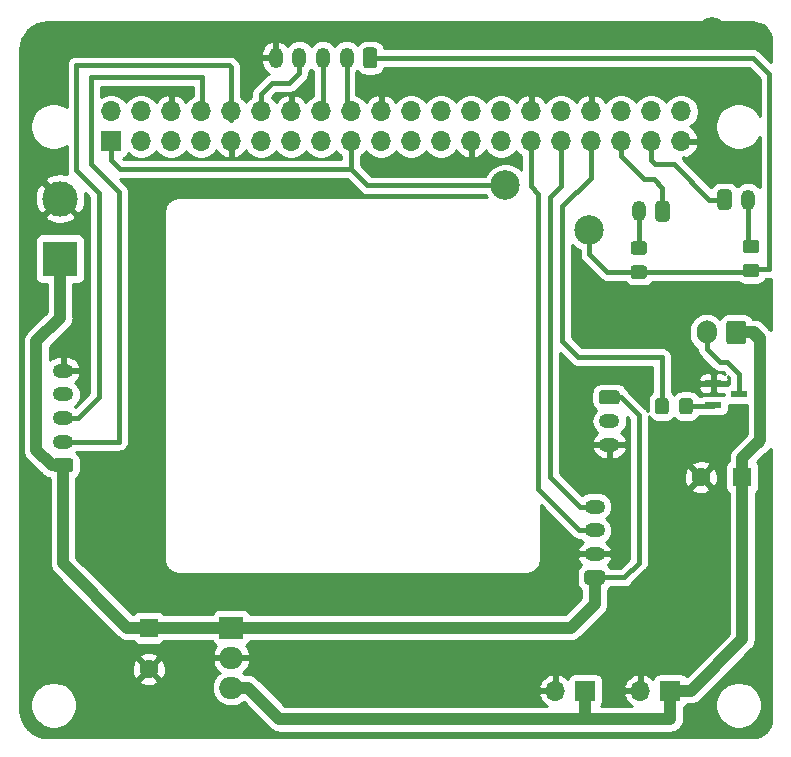
<source format=gbl>
G04 #@! TF.GenerationSoftware,KiCad,Pcbnew,5.1.6-c6e7f7d~87~ubuntu18.04.1*
G04 #@! TF.CreationDate,2020-09-21T12:24:16+01:00*
G04 #@! TF.ProjectId,Temp Top Board,54656d70-2054-46f7-9020-426f6172642e,-*
G04 #@! TF.SameCoordinates,Original*
G04 #@! TF.FileFunction,Copper,L2,Bot*
G04 #@! TF.FilePolarity,Positive*
%FSLAX46Y46*%
G04 Gerber Fmt 4.6, Leading zero omitted, Abs format (unit mm)*
G04 Created by KiCad (PCBNEW 5.1.6-c6e7f7d~87~ubuntu18.04.1) date 2020-09-21 12:24:16*
%MOMM*%
%LPD*%
G01*
G04 APERTURE LIST*
G04 #@! TA.AperFunction,ComponentPad*
%ADD10O,1.750000X1.200000*%
G04 #@! TD*
G04 #@! TA.AperFunction,ComponentPad*
%ADD11R,3.000000X3.000000*%
G04 #@! TD*
G04 #@! TA.AperFunction,ComponentPad*
%ADD12C,3.000000*%
G04 #@! TD*
G04 #@! TA.AperFunction,ComponentPad*
%ADD13R,1.700000X1.700000*%
G04 #@! TD*
G04 #@! TA.AperFunction,ComponentPad*
%ADD14O,1.700000X1.700000*%
G04 #@! TD*
G04 #@! TA.AperFunction,ComponentPad*
%ADD15O,1.200000X1.750000*%
G04 #@! TD*
G04 #@! TA.AperFunction,ComponentPad*
%ADD16R,1.600000X1.600000*%
G04 #@! TD*
G04 #@! TA.AperFunction,ComponentPad*
%ADD17C,1.600000*%
G04 #@! TD*
G04 #@! TA.AperFunction,ComponentPad*
%ADD18O,1.700000X2.000000*%
G04 #@! TD*
G04 #@! TA.AperFunction,SMDPad,CuDef*
%ADD19R,1.320800X0.558800*%
G04 #@! TD*
G04 #@! TA.AperFunction,ComponentPad*
%ADD20R,2.000000X1.905000*%
G04 #@! TD*
G04 #@! TA.AperFunction,ComponentPad*
%ADD21O,2.000000X1.905000*%
G04 #@! TD*
G04 #@! TA.AperFunction,ViaPad*
%ADD22C,2.500000*%
G04 #@! TD*
G04 #@! TA.AperFunction,Conductor*
%ADD23C,0.400000*%
G04 #@! TD*
G04 #@! TA.AperFunction,Conductor*
%ADD24C,1.000000*%
G04 #@! TD*
G04 #@! TA.AperFunction,Conductor*
%ADD25C,0.254000*%
G04 #@! TD*
G04 APERTURE END LIST*
G04 #@! TA.AperFunction,ComponentPad*
G36*
G01*
X157875001Y-108350000D02*
X156624999Y-108350000D01*
G75*
G02*
X156375000Y-108100001I0J249999D01*
G01*
X156375000Y-107399999D01*
G75*
G02*
X156624999Y-107150000I249999J0D01*
G01*
X157875001Y-107150000D01*
G75*
G02*
X158125000Y-107399999I0J-249999D01*
G01*
X158125000Y-108100001D01*
G75*
G02*
X157875001Y-108350000I-249999J0D01*
G01*
G37*
G04 #@! TD.AperFunction*
D10*
X157250000Y-105750000D03*
X157250000Y-103750000D03*
X157250000Y-101750000D03*
G04 #@! TA.AperFunction,ComponentPad*
G36*
G01*
X112875001Y-98850000D02*
X111624999Y-98850000D01*
G75*
G02*
X111375000Y-98600001I0J249999D01*
G01*
X111375000Y-97899999D01*
G75*
G02*
X111624999Y-97650000I249999J0D01*
G01*
X112875001Y-97650000D01*
G75*
G02*
X113125000Y-97899999I0J-249999D01*
G01*
X113125000Y-98600001D01*
G75*
G02*
X112875001Y-98850000I-249999J0D01*
G01*
G37*
G04 #@! TD.AperFunction*
X112250000Y-96250000D03*
X112250000Y-94250000D03*
X112250000Y-92250000D03*
X112250000Y-90250000D03*
D11*
X112000000Y-80750000D03*
D12*
X112000000Y-75670000D03*
D13*
X116320000Y-70830000D03*
D14*
X116320000Y-68290000D03*
X118860000Y-70830000D03*
X118860000Y-68290000D03*
X121400000Y-70830000D03*
X121400000Y-68290000D03*
X123940000Y-70830000D03*
X123940000Y-68290000D03*
X126480000Y-70830000D03*
X126480000Y-68290000D03*
X129020000Y-70830000D03*
X129020000Y-68290000D03*
X131560000Y-70830000D03*
X131560000Y-68290000D03*
X134100000Y-70830000D03*
X134100000Y-68290000D03*
X136640000Y-70830000D03*
X136640000Y-68290000D03*
X139180000Y-70830000D03*
X139180000Y-68290000D03*
X141720000Y-70830000D03*
X141720000Y-68290000D03*
X144260000Y-70830000D03*
X144260000Y-68290000D03*
X146800000Y-70830000D03*
X146800000Y-68290000D03*
X149340000Y-70830000D03*
X149340000Y-68290000D03*
X151880000Y-70830000D03*
X151880000Y-68290000D03*
X154420000Y-70830000D03*
X154420000Y-68290000D03*
X156960000Y-70830000D03*
X156960000Y-68290000D03*
X159500000Y-70830000D03*
X159500000Y-68290000D03*
X162040000Y-70830000D03*
X162040000Y-68290000D03*
X164580000Y-70830000D03*
X164580000Y-68290000D03*
D15*
X130250000Y-63750000D03*
X132250000Y-63750000D03*
X134250000Y-63750000D03*
X136250000Y-63750000D03*
G04 #@! TA.AperFunction,ComponentPad*
G36*
G01*
X138850000Y-63124999D02*
X138850000Y-64375001D01*
G75*
G02*
X138600001Y-64625000I-249999J0D01*
G01*
X137899999Y-64625000D01*
G75*
G02*
X137650000Y-64375001I0J249999D01*
G01*
X137650000Y-63124999D01*
G75*
G02*
X137899999Y-62875000I249999J0D01*
G01*
X138600001Y-62875000D01*
G75*
G02*
X138850000Y-63124999I0J-249999D01*
G01*
G37*
G04 #@! TD.AperFunction*
G04 #@! TA.AperFunction,ComponentPad*
G36*
G01*
X157874999Y-91900000D02*
X159125001Y-91900000D01*
G75*
G02*
X159375000Y-92149999I0J-249999D01*
G01*
X159375000Y-92850001D01*
G75*
G02*
X159125001Y-93100000I-249999J0D01*
G01*
X157874999Y-93100000D01*
G75*
G02*
X157625000Y-92850001I0J249999D01*
G01*
X157625000Y-92149999D01*
G75*
G02*
X157874999Y-91900000I249999J0D01*
G01*
G37*
G04 #@! TD.AperFunction*
D10*
X158500000Y-94500000D03*
X158500000Y-96500000D03*
G04 #@! TA.AperFunction,ComponentPad*
G36*
G01*
X163600000Y-76124999D02*
X163600000Y-77375001D01*
G75*
G02*
X163350001Y-77625000I-249999J0D01*
G01*
X162649999Y-77625000D01*
G75*
G02*
X162400000Y-77375001I0J249999D01*
G01*
X162400000Y-76124999D01*
G75*
G02*
X162649999Y-75875000I249999J0D01*
G01*
X163350001Y-75875000D01*
G75*
G02*
X163600000Y-76124999I0J-249999D01*
G01*
G37*
G04 #@! TD.AperFunction*
D15*
X161000000Y-76750000D03*
X170250000Y-75750000D03*
G04 #@! TA.AperFunction,ComponentPad*
G36*
G01*
X167650000Y-76375001D02*
X167650000Y-75124999D01*
G75*
G02*
X167899999Y-74875000I249999J0D01*
G01*
X168600001Y-74875000D01*
G75*
G02*
X168850000Y-75124999I0J-249999D01*
G01*
X168850000Y-76375001D01*
G75*
G02*
X168600001Y-76625000I-249999J0D01*
G01*
X167899999Y-76625000D01*
G75*
G02*
X167650000Y-76375001I0J249999D01*
G01*
G37*
G04 #@! TD.AperFunction*
D16*
X119500000Y-112000000D03*
D17*
X119500000Y-115500000D03*
X166250000Y-99250000D03*
D16*
X169750000Y-99250000D03*
D14*
X161134999Y-117325001D03*
D13*
X163674999Y-117325001D03*
X156474999Y-117325001D03*
D14*
X153934999Y-117325001D03*
G04 #@! TA.AperFunction,ComponentPad*
G36*
G01*
X170100000Y-86250000D02*
X170100000Y-87750000D01*
G75*
G02*
X169850000Y-88000000I-250000J0D01*
G01*
X168650000Y-88000000D01*
G75*
G02*
X168400000Y-87750000I0J250000D01*
G01*
X168400000Y-86250000D01*
G75*
G02*
X168650000Y-86000000I250000J0D01*
G01*
X169850000Y-86000000D01*
G75*
G02*
X170100000Y-86250000I0J-250000D01*
G01*
G37*
G04 #@! TD.AperFunction*
D18*
X166750000Y-87000000D03*
G04 #@! TA.AperFunction,SMDPad,CuDef*
G36*
G01*
X165575000Y-92799999D02*
X165575000Y-93700001D01*
G75*
G02*
X165325001Y-93950000I-249999J0D01*
G01*
X164674999Y-93950000D01*
G75*
G02*
X164425000Y-93700001I0J249999D01*
G01*
X164425000Y-92799999D01*
G75*
G02*
X164674999Y-92550000I249999J0D01*
G01*
X165325001Y-92550000D01*
G75*
G02*
X165575000Y-92799999I0J-249999D01*
G01*
G37*
G04 #@! TD.AperFunction*
G04 #@! TA.AperFunction,SMDPad,CuDef*
G36*
G01*
X163525000Y-92799999D02*
X163525000Y-93700001D01*
G75*
G02*
X163275001Y-93950000I-249999J0D01*
G01*
X162624999Y-93950000D01*
G75*
G02*
X162375000Y-93700001I0J249999D01*
G01*
X162375000Y-92799999D01*
G75*
G02*
X162624999Y-92550000I249999J0D01*
G01*
X163275001Y-92550000D01*
G75*
G02*
X163525000Y-92799999I0J-249999D01*
G01*
G37*
G04 #@! TD.AperFunction*
G04 #@! TA.AperFunction,SMDPad,CuDef*
G36*
G01*
X160549999Y-81325000D02*
X161450001Y-81325000D01*
G75*
G02*
X161700000Y-81574999I0J-249999D01*
G01*
X161700000Y-82225001D01*
G75*
G02*
X161450001Y-82475000I-249999J0D01*
G01*
X160549999Y-82475000D01*
G75*
G02*
X160300000Y-82225001I0J249999D01*
G01*
X160300000Y-81574999D01*
G75*
G02*
X160549999Y-81325000I249999J0D01*
G01*
G37*
G04 #@! TD.AperFunction*
G04 #@! TA.AperFunction,SMDPad,CuDef*
G36*
G01*
X160549999Y-79275000D02*
X161450001Y-79275000D01*
G75*
G02*
X161700000Y-79524999I0J-249999D01*
G01*
X161700000Y-80175001D01*
G75*
G02*
X161450001Y-80425000I-249999J0D01*
G01*
X160549999Y-80425000D01*
G75*
G02*
X160300000Y-80175001I0J249999D01*
G01*
X160300000Y-79524999D01*
G75*
G02*
X160549999Y-79275000I249999J0D01*
G01*
G37*
G04 #@! TD.AperFunction*
G04 #@! TA.AperFunction,SMDPad,CuDef*
G36*
G01*
X170049999Y-79150000D02*
X170950001Y-79150000D01*
G75*
G02*
X171200000Y-79399999I0J-249999D01*
G01*
X171200000Y-80050001D01*
G75*
G02*
X170950001Y-80300000I-249999J0D01*
G01*
X170049999Y-80300000D01*
G75*
G02*
X169800000Y-80050001I0J249999D01*
G01*
X169800000Y-79399999D01*
G75*
G02*
X170049999Y-79150000I249999J0D01*
G01*
G37*
G04 #@! TD.AperFunction*
G04 #@! TA.AperFunction,SMDPad,CuDef*
G36*
G01*
X170049999Y-81200000D02*
X170950001Y-81200000D01*
G75*
G02*
X171200000Y-81449999I0J-249999D01*
G01*
X171200000Y-82100001D01*
G75*
G02*
X170950001Y-82350000I-249999J0D01*
G01*
X170049999Y-82350000D01*
G75*
G02*
X169800000Y-82100001I0J249999D01*
G01*
X169800000Y-81449999D01*
G75*
G02*
X170049999Y-81200000I249999J0D01*
G01*
G37*
G04 #@! TD.AperFunction*
D19*
X169500000Y-92250000D03*
X167315600Y-91310200D03*
X167315600Y-93189800D03*
D20*
X126500000Y-112000000D03*
D21*
X126500000Y-114540000D03*
X126500000Y-117080000D03*
D22*
X156820000Y-78372000D03*
X149708000Y-74562000D03*
X116434000Y-104788000D03*
X111354000Y-110884000D03*
X157074000Y-85738000D03*
X155550000Y-91072000D03*
X167234000Y-65926000D03*
X167234000Y-61608000D03*
D23*
X170375000Y-81900000D02*
X170500000Y-81775000D01*
X166400000Y-81900000D02*
X170375000Y-81900000D01*
X161000000Y-81900000D02*
X166400000Y-81900000D01*
X161000000Y-81900000D02*
X158316000Y-81900000D01*
X158316000Y-81900000D02*
X156820000Y-80404000D01*
X156820000Y-80404000D02*
X156820000Y-78372000D01*
X149708000Y-74562000D02*
X138024000Y-74562000D01*
X136640000Y-73178000D02*
X136640000Y-70830000D01*
X138024000Y-74562000D02*
X136640000Y-73178000D01*
X172060000Y-81622000D02*
X172060000Y-65164000D01*
X170646000Y-63750000D02*
X138250000Y-63750000D01*
X172060000Y-65164000D02*
X170646000Y-63750000D01*
X170653000Y-81622000D02*
X170500000Y-81775000D01*
X172060000Y-81622000D02*
X170653000Y-81622000D01*
X136640000Y-73178000D02*
X117082000Y-73178000D01*
X116320000Y-72416000D02*
X116320000Y-70830000D01*
X117082000Y-73178000D02*
X116320000Y-72416000D01*
X157525000Y-105750000D02*
X157250000Y-105750000D01*
X167315600Y-91310200D02*
X167696600Y-91310200D01*
X158225000Y-96500000D02*
X158500000Y-96500000D01*
X124054000Y-68176000D02*
X123940000Y-68290000D01*
X117000000Y-96250000D02*
X117000000Y-75128000D01*
X117000000Y-75128000D02*
X114656000Y-72784000D01*
X112250000Y-96250000D02*
X117000000Y-96250000D01*
X114656000Y-72784000D02*
X114656000Y-65418000D01*
X124054000Y-65418000D02*
X123546000Y-65418000D01*
X114656000Y-65418000D02*
X123546000Y-65418000D01*
X123546000Y-65418000D02*
X123800000Y-65418000D01*
X124054000Y-65418000D02*
X124054000Y-68176000D01*
X126480000Y-68290000D02*
X126480000Y-68979998D01*
X115298500Y-92476500D02*
X113525000Y-94250000D01*
X126480000Y-64542000D02*
X126340000Y-64402000D01*
X115298500Y-75204500D02*
X115298500Y-92476500D01*
X113525000Y-94250000D02*
X112250000Y-94250000D01*
X126480000Y-68290000D02*
X126480000Y-64542000D01*
X113386000Y-64402000D02*
X113386000Y-73292000D01*
X113386000Y-73292000D02*
X115298500Y-75204500D01*
X126340000Y-64402000D02*
X113386000Y-64402000D01*
X159500000Y-72032081D02*
X161467919Y-74000000D01*
X159500000Y-70830000D02*
X159500000Y-72032081D01*
X161467919Y-74000000D02*
X162250000Y-74000000D01*
X162250000Y-74000000D02*
X163000000Y-74750000D01*
X163000000Y-74750000D02*
X163000000Y-76750000D01*
X166960000Y-75750000D02*
X168250000Y-75750000D01*
X162040000Y-70830000D02*
X162040000Y-72416000D01*
X162377000Y-72753000D02*
X163963000Y-72753000D01*
X162040000Y-72416000D02*
X162377000Y-72753000D01*
X163963000Y-72753000D02*
X166960000Y-75750000D01*
X155975000Y-103750000D02*
X152500000Y-100275000D01*
X157250000Y-103750000D02*
X155975000Y-103750000D01*
X152500000Y-100275000D02*
X152500000Y-75250000D01*
X151880000Y-74630000D02*
X151880000Y-70830000D01*
X152500000Y-75250000D02*
X151880000Y-74630000D01*
X156000000Y-101750000D02*
X157250000Y-101750000D01*
X153500000Y-99250000D02*
X156000000Y-101750000D01*
X153500000Y-75500000D02*
X153500000Y-99250000D01*
X154420000Y-70830000D02*
X154420000Y-74580000D01*
X154420000Y-74580000D02*
X153500000Y-75500000D01*
X134250000Y-68140000D02*
X134100000Y-68290000D01*
X134250000Y-63750000D02*
X134250000Y-68140000D01*
X161000000Y-79850000D02*
X161000000Y-76750000D01*
X170250000Y-79475000D02*
X170500000Y-79725000D01*
X170250000Y-75750000D02*
X170250000Y-79475000D01*
X136250000Y-67900000D02*
X136640000Y-68290000D01*
X136250000Y-63750000D02*
X136250000Y-67900000D01*
D24*
X117700000Y-112000000D02*
X119500000Y-112000000D01*
X112250000Y-106550000D02*
X117700000Y-112000000D01*
X112250000Y-98250000D02*
X112250000Y-106550000D01*
X119500000Y-112000000D02*
X126500000Y-112000000D01*
X126500000Y-112000000D02*
X155250000Y-112000000D01*
X155250000Y-112000000D02*
X157250000Y-110000000D01*
X157250000Y-110000000D02*
X157250000Y-107750000D01*
D23*
X159750000Y-107750000D02*
X157250000Y-107750000D01*
X161000000Y-106500000D02*
X159750000Y-107750000D01*
X161000000Y-94025000D02*
X161000000Y-106500000D01*
X158500000Y-92500000D02*
X159475000Y-92500000D01*
X159475000Y-92500000D02*
X161000000Y-94025000D01*
D24*
X111275000Y-98250000D02*
X112250000Y-98250000D01*
X110000000Y-96975000D02*
X111275000Y-98250000D01*
X110000000Y-87750000D02*
X110000000Y-96975000D01*
X112000000Y-80750000D02*
X112000000Y-85750000D01*
X112000000Y-85750000D02*
X110000000Y-87750000D01*
D23*
X156960000Y-70830000D02*
X156960000Y-73914000D01*
X156960000Y-73914000D02*
X154534000Y-76340000D01*
X154534000Y-76340000D02*
X154534000Y-87770000D01*
X155838000Y-89074000D02*
X162950000Y-89074000D01*
X154534000Y-87770000D02*
X155838000Y-89074000D01*
X162950000Y-89074000D02*
X162950000Y-93250000D01*
X170200000Y-87000000D02*
X171000000Y-87800000D01*
X169250000Y-87000000D02*
X170200000Y-87000000D01*
X156474999Y-117325001D02*
X156474999Y-118575001D01*
X163674999Y-118575001D02*
X163674999Y-117325001D01*
X157649998Y-119750000D02*
X162500000Y-119750000D01*
X156474999Y-118575001D02*
X156174999Y-118575001D01*
X155000000Y-119750000D02*
X138250000Y-119750000D01*
X130570000Y-119750000D02*
X138250000Y-119750000D01*
X138250000Y-119750000D02*
X138399998Y-119750000D01*
D24*
X126500000Y-117080000D02*
X127900000Y-117080000D01*
X127900000Y-117080000D02*
X130570000Y-119750000D01*
X130570000Y-119750000D02*
X156288000Y-119750000D01*
X156474999Y-119563001D02*
X156474999Y-117325001D01*
X156288000Y-119750000D02*
X156474999Y-119563001D01*
X156288000Y-119750000D02*
X163654000Y-119750000D01*
X163674999Y-119729001D02*
X163674999Y-117325001D01*
X163654000Y-119750000D02*
X163674999Y-119729001D01*
X163674999Y-117325001D02*
X165424999Y-117325001D01*
X165424999Y-117325001D02*
X169750000Y-113000000D01*
X169750000Y-113000000D02*
X169750000Y-99250000D01*
X169750000Y-97612000D02*
X171000000Y-96362000D01*
X169750000Y-99250000D02*
X169750000Y-97612000D01*
D23*
X171000000Y-87800000D02*
X171000000Y-96362000D01*
D24*
X171000000Y-96362000D02*
X171088000Y-96362000D01*
X171088000Y-96362000D02*
X171298000Y-96152000D01*
X169250000Y-87000000D02*
X170782000Y-87000000D01*
X170782000Y-87000000D02*
X171298000Y-87516000D01*
X171298000Y-96152000D02*
X171298000Y-87516000D01*
D23*
X132250000Y-65060000D02*
X132250000Y-63750000D01*
X129020000Y-68290000D02*
X129020000Y-66802000D01*
X129914000Y-65908000D02*
X131402000Y-65908000D01*
X129020000Y-66802000D02*
X129914000Y-65908000D01*
X131402000Y-65908000D02*
X132250000Y-65060000D01*
X166750000Y-88400000D02*
X167850000Y-89500000D01*
X166750000Y-87000000D02*
X166750000Y-88400000D01*
X167850000Y-89500000D02*
X168500000Y-89500000D01*
X169500000Y-90500000D02*
X169500000Y-92250000D01*
X168500000Y-89500000D02*
X169500000Y-90500000D01*
X167255400Y-93250000D02*
X167315600Y-93189800D01*
X165000000Y-93250000D02*
X167255400Y-93250000D01*
D25*
G36*
X170912333Y-60771714D02*
G01*
X171210842Y-60861839D01*
X171486162Y-61008229D01*
X171727805Y-61205308D01*
X171926567Y-61445571D01*
X172074874Y-61719858D01*
X172167081Y-62017734D01*
X172203001Y-62359487D01*
X172203001Y-64126133D01*
X171265446Y-63188579D01*
X171239291Y-63156709D01*
X171112146Y-63052364D01*
X170967087Y-62974828D01*
X170809689Y-62927082D01*
X170687019Y-62915000D01*
X170687018Y-62915000D01*
X170646000Y-62910960D01*
X170604982Y-62915000D01*
X139459862Y-62915000D01*
X139420472Y-62785149D01*
X139338405Y-62631613D01*
X139227962Y-62497038D01*
X139093387Y-62386595D01*
X138939851Y-62304528D01*
X138773255Y-62253992D01*
X138600001Y-62236928D01*
X137899999Y-62236928D01*
X137726745Y-62253992D01*
X137560149Y-62304528D01*
X137406613Y-62386595D01*
X137272038Y-62497038D01*
X137161595Y-62631613D01*
X137159191Y-62636111D01*
X137127502Y-62597498D01*
X136939449Y-62443167D01*
X136724901Y-62328489D01*
X136492102Y-62257870D01*
X136250000Y-62234025D01*
X136007899Y-62257870D01*
X135775100Y-62328489D01*
X135560552Y-62443167D01*
X135372499Y-62597498D01*
X135250001Y-62746763D01*
X135127502Y-62597498D01*
X134939449Y-62443167D01*
X134724901Y-62328489D01*
X134492102Y-62257870D01*
X134250000Y-62234025D01*
X134007899Y-62257870D01*
X133775100Y-62328489D01*
X133560552Y-62443167D01*
X133372499Y-62597498D01*
X133250001Y-62746763D01*
X133127502Y-62597498D01*
X132939449Y-62443167D01*
X132724901Y-62328489D01*
X132492102Y-62257870D01*
X132250000Y-62234025D01*
X132007899Y-62257870D01*
X131775100Y-62328489D01*
X131560552Y-62443167D01*
X131372499Y-62597498D01*
X131249520Y-62747349D01*
X131206307Y-62683275D01*
X131033474Y-62511922D01*
X130830533Y-62377579D01*
X130605282Y-62285409D01*
X130567609Y-62281538D01*
X130377000Y-62406269D01*
X130377000Y-63623000D01*
X130397000Y-63623000D01*
X130397000Y-63877000D01*
X130377000Y-63877000D01*
X130377000Y-63897000D01*
X130123000Y-63897000D01*
X130123000Y-63877000D01*
X129015000Y-63877000D01*
X129015000Y-64152000D01*
X129063507Y-64390496D01*
X129157610Y-64614946D01*
X129293693Y-64816725D01*
X129466526Y-64988078D01*
X129656191Y-65113633D01*
X129592913Y-65132828D01*
X129447854Y-65210364D01*
X129380092Y-65265975D01*
X129320709Y-65314709D01*
X129294563Y-65346568D01*
X128458574Y-66182559D01*
X128426710Y-66208709D01*
X128345907Y-66307168D01*
X128322364Y-66335855D01*
X128244828Y-66480914D01*
X128197082Y-66638312D01*
X128180960Y-66802000D01*
X128185001Y-66843028D01*
X128185001Y-67061934D01*
X128073368Y-67136525D01*
X127866525Y-67343368D01*
X127750000Y-67517760D01*
X127633475Y-67343368D01*
X127426632Y-67136525D01*
X127315000Y-67061935D01*
X127315000Y-64583018D01*
X127319040Y-64542000D01*
X127314894Y-64499901D01*
X127302918Y-64378311D01*
X127255172Y-64220913D01*
X127177636Y-64075854D01*
X127073291Y-63948709D01*
X127041425Y-63922557D01*
X126959445Y-63840577D01*
X126933291Y-63808709D01*
X126806146Y-63704364D01*
X126661087Y-63626828D01*
X126503689Y-63579082D01*
X126381019Y-63567000D01*
X126381018Y-63567000D01*
X126340000Y-63562960D01*
X126298982Y-63567000D01*
X113427018Y-63567000D01*
X113386000Y-63562960D01*
X113344981Y-63567000D01*
X113222311Y-63579082D01*
X113064913Y-63626828D01*
X112919854Y-63704364D01*
X112792709Y-63808709D01*
X112688364Y-63935854D01*
X112610828Y-64080913D01*
X112563082Y-64238311D01*
X112546960Y-64402000D01*
X112551000Y-64443019D01*
X112551000Y-67908325D01*
X112390250Y-67800915D01*
X112029003Y-67651282D01*
X111645505Y-67575000D01*
X111254495Y-67575000D01*
X110870997Y-67651282D01*
X110509750Y-67800915D01*
X110184636Y-68018149D01*
X109908149Y-68294636D01*
X109690915Y-68619750D01*
X109541282Y-68980997D01*
X109465000Y-69364495D01*
X109465000Y-69755505D01*
X109541282Y-70139003D01*
X109690915Y-70500250D01*
X109908149Y-70825364D01*
X110184636Y-71101851D01*
X110509750Y-71319085D01*
X110870997Y-71468718D01*
X111254495Y-71545000D01*
X111645505Y-71545000D01*
X112029003Y-71468718D01*
X112390250Y-71319085D01*
X112551001Y-71211675D01*
X112551001Y-73250971D01*
X112546960Y-73292000D01*
X112563082Y-73455688D01*
X112610828Y-73613086D01*
X112617680Y-73625905D01*
X112376449Y-73557956D01*
X111957176Y-73525098D01*
X111539549Y-73574666D01*
X111139617Y-73704757D01*
X110843962Y-73862786D01*
X110687952Y-74178347D01*
X112000000Y-75490395D01*
X112014143Y-75476253D01*
X112193748Y-75655858D01*
X112179605Y-75670000D01*
X113491653Y-76982048D01*
X113807214Y-76826038D01*
X113998020Y-76451255D01*
X114112044Y-76046449D01*
X114144902Y-75627176D01*
X114095334Y-75209549D01*
X114082150Y-75169017D01*
X114463500Y-75550368D01*
X114463501Y-92130630D01*
X113303161Y-93290971D01*
X113253238Y-93250000D01*
X113402502Y-93127502D01*
X113556833Y-92939449D01*
X113671511Y-92724901D01*
X113742130Y-92492102D01*
X113765975Y-92250000D01*
X113742130Y-92007898D01*
X113671511Y-91775099D01*
X113556833Y-91560551D01*
X113402502Y-91372498D01*
X113252652Y-91249519D01*
X113316725Y-91206307D01*
X113488078Y-91033474D01*
X113622421Y-90830533D01*
X113714591Y-90605282D01*
X113718462Y-90567609D01*
X113593731Y-90377000D01*
X112377000Y-90377000D01*
X112377000Y-90397000D01*
X112123000Y-90397000D01*
X112123000Y-90377000D01*
X112103000Y-90377000D01*
X112103000Y-90123000D01*
X112123000Y-90123000D01*
X112123000Y-89015000D01*
X112377000Y-89015000D01*
X112377000Y-90123000D01*
X113593731Y-90123000D01*
X113718462Y-89932391D01*
X113714591Y-89894718D01*
X113622421Y-89669467D01*
X113488078Y-89466526D01*
X113316725Y-89293693D01*
X113114946Y-89157610D01*
X112890496Y-89063507D01*
X112652000Y-89015000D01*
X112377000Y-89015000D01*
X112123000Y-89015000D01*
X111848000Y-89015000D01*
X111609504Y-89063507D01*
X111385054Y-89157610D01*
X111183275Y-89293693D01*
X111135000Y-89342385D01*
X111135000Y-88220131D01*
X112763141Y-86591991D01*
X112806449Y-86556449D01*
X112948284Y-86383623D01*
X113053676Y-86186447D01*
X113103471Y-86022295D01*
X113118577Y-85972500D01*
X113140491Y-85750001D01*
X113135000Y-85694249D01*
X113135000Y-82888072D01*
X113500000Y-82888072D01*
X113624482Y-82875812D01*
X113744180Y-82839502D01*
X113854494Y-82780537D01*
X113951185Y-82701185D01*
X114030537Y-82604494D01*
X114089502Y-82494180D01*
X114125812Y-82374482D01*
X114138072Y-82250000D01*
X114138072Y-79250000D01*
X114125812Y-79125518D01*
X114089502Y-79005820D01*
X114030537Y-78895506D01*
X113951185Y-78798815D01*
X113854494Y-78719463D01*
X113744180Y-78660498D01*
X113624482Y-78624188D01*
X113500000Y-78611928D01*
X110500000Y-78611928D01*
X110375518Y-78624188D01*
X110255820Y-78660498D01*
X110145506Y-78719463D01*
X110048815Y-78798815D01*
X109969463Y-78895506D01*
X109910498Y-79005820D01*
X109874188Y-79125518D01*
X109861928Y-79250000D01*
X109861928Y-82250000D01*
X109874188Y-82374482D01*
X109910498Y-82494180D01*
X109969463Y-82604494D01*
X110048815Y-82701185D01*
X110145506Y-82780537D01*
X110255820Y-82839502D01*
X110375518Y-82875812D01*
X110500000Y-82888072D01*
X110865000Y-82888072D01*
X110865001Y-85279867D01*
X109236865Y-86908004D01*
X109193551Y-86943551D01*
X109051716Y-87116377D01*
X108951508Y-87303855D01*
X108946324Y-87313554D01*
X108881423Y-87527502D01*
X108859509Y-87750000D01*
X108865000Y-87805752D01*
X108865001Y-96919239D01*
X108859509Y-96975000D01*
X108881423Y-97197498D01*
X108946324Y-97411446D01*
X108946325Y-97411447D01*
X109051717Y-97608623D01*
X109193552Y-97781449D01*
X109236860Y-97816991D01*
X110433008Y-99013140D01*
X110468551Y-99056449D01*
X110641377Y-99198284D01*
X110838553Y-99303676D01*
X111052501Y-99368577D01*
X111115000Y-99374733D01*
X111115001Y-106494239D01*
X111109509Y-106550000D01*
X111131423Y-106772498D01*
X111196324Y-106986446D01*
X111236376Y-107061377D01*
X111301717Y-107183623D01*
X111443552Y-107356449D01*
X111486860Y-107391991D01*
X116858009Y-112763141D01*
X116893551Y-112806449D01*
X117066377Y-112948284D01*
X117245787Y-113044180D01*
X117263553Y-113053676D01*
X117477501Y-113118577D01*
X117700000Y-113140491D01*
X117755751Y-113135000D01*
X118159043Y-113135000D01*
X118169463Y-113154494D01*
X118248815Y-113251185D01*
X118345506Y-113330537D01*
X118455820Y-113389502D01*
X118575518Y-113425812D01*
X118700000Y-113438072D01*
X120300000Y-113438072D01*
X120424482Y-113425812D01*
X120544180Y-113389502D01*
X120654494Y-113330537D01*
X120751185Y-113251185D01*
X120830537Y-113154494D01*
X120840957Y-113135000D01*
X124891788Y-113135000D01*
X124910498Y-113196680D01*
X124969463Y-113306994D01*
X125048815Y-113403685D01*
X125145506Y-113483037D01*
X125237219Y-113532059D01*
X125124031Y-113673077D01*
X124980429Y-113948906D01*
X124909437Y-114167020D01*
X125029406Y-114413000D01*
X126373000Y-114413000D01*
X126373000Y-114393000D01*
X126627000Y-114393000D01*
X126627000Y-114413000D01*
X127970594Y-114413000D01*
X128090563Y-114167020D01*
X128019571Y-113948906D01*
X127875969Y-113673077D01*
X127762781Y-113532059D01*
X127854494Y-113483037D01*
X127951185Y-113403685D01*
X128030537Y-113306994D01*
X128089502Y-113196680D01*
X128108212Y-113135000D01*
X155194249Y-113135000D01*
X155250000Y-113140491D01*
X155305751Y-113135000D01*
X155305752Y-113135000D01*
X155472499Y-113118577D01*
X155686447Y-113053676D01*
X155883623Y-112948284D01*
X156056449Y-112806449D01*
X156091996Y-112763135D01*
X158013141Y-110841991D01*
X158056449Y-110806449D01*
X158198284Y-110633623D01*
X158303676Y-110436447D01*
X158368577Y-110222499D01*
X158385000Y-110055752D01*
X158385000Y-110055751D01*
X158390491Y-110000001D01*
X158385000Y-109944249D01*
X158385000Y-108824771D01*
X158502962Y-108727962D01*
X158613405Y-108593387D01*
X158617888Y-108585000D01*
X159708982Y-108585000D01*
X159750000Y-108589040D01*
X159791018Y-108585000D01*
X159791019Y-108585000D01*
X159913689Y-108572918D01*
X160071087Y-108525172D01*
X160216146Y-108447636D01*
X160343291Y-108343291D01*
X160369445Y-108311422D01*
X161561432Y-107119437D01*
X161593291Y-107093291D01*
X161620256Y-107060435D01*
X161697636Y-106966146D01*
X161775172Y-106821087D01*
X161822918Y-106663689D01*
X161829697Y-106594863D01*
X161835000Y-106541019D01*
X161839040Y-106500000D01*
X161835000Y-106458982D01*
X161835000Y-100242702D01*
X165436903Y-100242702D01*
X165508486Y-100486671D01*
X165763996Y-100607571D01*
X166038184Y-100676300D01*
X166320512Y-100690217D01*
X166600130Y-100648787D01*
X166866292Y-100553603D01*
X166991514Y-100486671D01*
X167063097Y-100242702D01*
X166250000Y-99429605D01*
X165436903Y-100242702D01*
X161835000Y-100242702D01*
X161835000Y-99320512D01*
X164809783Y-99320512D01*
X164851213Y-99600130D01*
X164946397Y-99866292D01*
X165013329Y-99991514D01*
X165257298Y-100063097D01*
X166070395Y-99250000D01*
X166429605Y-99250000D01*
X167242702Y-100063097D01*
X167486671Y-99991514D01*
X167607571Y-99736004D01*
X167676300Y-99461816D01*
X167690217Y-99179488D01*
X167648787Y-98899870D01*
X167553603Y-98633708D01*
X167486671Y-98508486D01*
X167242702Y-98436903D01*
X166429605Y-99250000D01*
X166070395Y-99250000D01*
X165257298Y-98436903D01*
X165013329Y-98508486D01*
X164892429Y-98763996D01*
X164823700Y-99038184D01*
X164809783Y-99320512D01*
X161835000Y-99320512D01*
X161835000Y-98257298D01*
X165436903Y-98257298D01*
X166250000Y-99070395D01*
X167063097Y-98257298D01*
X166991514Y-98013329D01*
X166736004Y-97892429D01*
X166461816Y-97823700D01*
X166179488Y-97809783D01*
X165899870Y-97851213D01*
X165633708Y-97946397D01*
X165508486Y-98013329D01*
X165436903Y-98257298D01*
X161835000Y-98257298D01*
X161835000Y-94096860D01*
X161886595Y-94193387D01*
X161997038Y-94327962D01*
X162131613Y-94438405D01*
X162285149Y-94520472D01*
X162451745Y-94571008D01*
X162624999Y-94588072D01*
X163275001Y-94588072D01*
X163448255Y-94571008D01*
X163614851Y-94520472D01*
X163768387Y-94438405D01*
X163902962Y-94327962D01*
X163975000Y-94240184D01*
X164047038Y-94327962D01*
X164181613Y-94438405D01*
X164335149Y-94520472D01*
X164501745Y-94571008D01*
X164674999Y-94588072D01*
X165325001Y-94588072D01*
X165498255Y-94571008D01*
X165664851Y-94520472D01*
X165818387Y-94438405D01*
X165952962Y-94327962D01*
X166063405Y-94193387D01*
X166121339Y-94085000D01*
X166497713Y-94085000D01*
X166530718Y-94095012D01*
X166655200Y-94107272D01*
X167976000Y-94107272D01*
X168100482Y-94095012D01*
X168220180Y-94058702D01*
X168330494Y-93999737D01*
X168427185Y-93920385D01*
X168506537Y-93823694D01*
X168565502Y-93713380D01*
X168601812Y-93593682D01*
X168614072Y-93469200D01*
X168614072Y-93124560D01*
X168715118Y-93155212D01*
X168839600Y-93167472D01*
X170160400Y-93167472D01*
X170163000Y-93167216D01*
X170163000Y-95592777D01*
X170158011Y-95598857D01*
X168986860Y-96770009D01*
X168943552Y-96805551D01*
X168801717Y-96978377D01*
X168751184Y-97072918D01*
X168696324Y-97175554D01*
X168663587Y-97283474D01*
X168631423Y-97389501D01*
X168620835Y-97497000D01*
X168609509Y-97612000D01*
X168615000Y-97667751D01*
X168615000Y-97909043D01*
X168595506Y-97919463D01*
X168498815Y-97998815D01*
X168419463Y-98095506D01*
X168360498Y-98205820D01*
X168324188Y-98325518D01*
X168311928Y-98450000D01*
X168311928Y-100050000D01*
X168324188Y-100174482D01*
X168360498Y-100294180D01*
X168419463Y-100404494D01*
X168498815Y-100501185D01*
X168595506Y-100580537D01*
X168615001Y-100590957D01*
X168615000Y-112529868D01*
X165041484Y-116103385D01*
X164976184Y-116023816D01*
X164879493Y-115944464D01*
X164769179Y-115885499D01*
X164649481Y-115849189D01*
X164524999Y-115836929D01*
X162824999Y-115836929D01*
X162700517Y-115849189D01*
X162580819Y-115885499D01*
X162470505Y-115944464D01*
X162373814Y-116023816D01*
X162294462Y-116120507D01*
X162235497Y-116230821D01*
X162211033Y-116311467D01*
X162135268Y-116227413D01*
X161901919Y-116053360D01*
X161639098Y-115928176D01*
X161491889Y-115883525D01*
X161261999Y-116004846D01*
X161261999Y-117198001D01*
X161281999Y-117198001D01*
X161281999Y-117452001D01*
X161261999Y-117452001D01*
X161261999Y-117472001D01*
X161007999Y-117472001D01*
X161007999Y-117452001D01*
X159814185Y-117452001D01*
X159693518Y-117681892D01*
X159790842Y-117956253D01*
X159939821Y-118206356D01*
X160134730Y-118422589D01*
X160368079Y-118596642D01*
X160406621Y-118615000D01*
X157785364Y-118615000D01*
X157855536Y-118529495D01*
X157914501Y-118419181D01*
X157950811Y-118299483D01*
X157963071Y-118175001D01*
X157963071Y-116968110D01*
X159693518Y-116968110D01*
X159814185Y-117198001D01*
X161007999Y-117198001D01*
X161007999Y-116004846D01*
X160778109Y-115883525D01*
X160630900Y-115928176D01*
X160368079Y-116053360D01*
X160134730Y-116227413D01*
X159939821Y-116443646D01*
X159790842Y-116693749D01*
X159693518Y-116968110D01*
X157963071Y-116968110D01*
X157963071Y-116475001D01*
X157950811Y-116350519D01*
X157914501Y-116230821D01*
X157855536Y-116120507D01*
X157776184Y-116023816D01*
X157679493Y-115944464D01*
X157569179Y-115885499D01*
X157449481Y-115849189D01*
X157324999Y-115836929D01*
X155624999Y-115836929D01*
X155500517Y-115849189D01*
X155380819Y-115885499D01*
X155270505Y-115944464D01*
X155173814Y-116023816D01*
X155094462Y-116120507D01*
X155035497Y-116230821D01*
X155011033Y-116311467D01*
X154935268Y-116227413D01*
X154701919Y-116053360D01*
X154439098Y-115928176D01*
X154291889Y-115883525D01*
X154061999Y-116004846D01*
X154061999Y-117198001D01*
X154081999Y-117198001D01*
X154081999Y-117452001D01*
X154061999Y-117452001D01*
X154061999Y-117472001D01*
X153807999Y-117472001D01*
X153807999Y-117452001D01*
X152614185Y-117452001D01*
X152493518Y-117681892D01*
X152590842Y-117956253D01*
X152739821Y-118206356D01*
X152934730Y-118422589D01*
X153168079Y-118596642D01*
X153206621Y-118615000D01*
X131040132Y-118615000D01*
X129393242Y-116968110D01*
X152493518Y-116968110D01*
X152614185Y-117198001D01*
X153807999Y-117198001D01*
X153807999Y-116004846D01*
X153578109Y-115883525D01*
X153430900Y-115928176D01*
X153168079Y-116053360D01*
X152934730Y-116227413D01*
X152739821Y-116443646D01*
X152590842Y-116693749D01*
X152493518Y-116968110D01*
X129393242Y-116968110D01*
X128741996Y-116316865D01*
X128706449Y-116273551D01*
X128533623Y-116131716D01*
X128336447Y-116026324D01*
X128122499Y-115961423D01*
X127955752Y-115945000D01*
X127955751Y-115945000D01*
X127900000Y-115939509D01*
X127844249Y-115945000D01*
X127666888Y-115945000D01*
X127496101Y-115804837D01*
X127681315Y-115649437D01*
X127875969Y-115406923D01*
X128019571Y-115131094D01*
X128090563Y-114912980D01*
X127970594Y-114667000D01*
X126627000Y-114667000D01*
X126627000Y-114687000D01*
X126373000Y-114687000D01*
X126373000Y-114667000D01*
X125029406Y-114667000D01*
X124909437Y-114912980D01*
X124980429Y-115131094D01*
X125124031Y-115406923D01*
X125318685Y-115649437D01*
X125503899Y-115804837D01*
X125324537Y-115952037D01*
X125126155Y-116193765D01*
X124978745Y-116469551D01*
X124887970Y-116768796D01*
X124857319Y-117080000D01*
X124887970Y-117391204D01*
X124978745Y-117690449D01*
X125126155Y-117966235D01*
X125324537Y-118207963D01*
X125566265Y-118406345D01*
X125842051Y-118553755D01*
X126141296Y-118644530D01*
X126374514Y-118667500D01*
X126625486Y-118667500D01*
X126858704Y-118644530D01*
X127157949Y-118553755D01*
X127433735Y-118406345D01*
X127536707Y-118321838D01*
X129728009Y-120513141D01*
X129763551Y-120556449D01*
X129936377Y-120698284D01*
X130133553Y-120803676D01*
X130292802Y-120851984D01*
X130347500Y-120868577D01*
X130356791Y-120869492D01*
X130514248Y-120885000D01*
X130514255Y-120885000D01*
X130569999Y-120890490D01*
X130625743Y-120885000D01*
X156232249Y-120885000D01*
X156288000Y-120890491D01*
X156343751Y-120885000D01*
X163598249Y-120885000D01*
X163654000Y-120890491D01*
X163709751Y-120885000D01*
X163709752Y-120885000D01*
X163876499Y-120868577D01*
X164090447Y-120803676D01*
X164287623Y-120698284D01*
X164460449Y-120556449D01*
X164469914Y-120544915D01*
X164481448Y-120535450D01*
X164623283Y-120362624D01*
X164728675Y-120165448D01*
X164793576Y-119951500D01*
X164809999Y-119784753D01*
X164809999Y-119784752D01*
X164815490Y-119729002D01*
X164809999Y-119673250D01*
X164809999Y-118742684D01*
X164879493Y-118705538D01*
X164976184Y-118626186D01*
X165055536Y-118529495D01*
X165092682Y-118460001D01*
X165369248Y-118460001D01*
X165424999Y-118465492D01*
X165480750Y-118460001D01*
X165480751Y-118460001D01*
X165647498Y-118443578D01*
X165861446Y-118378677D01*
X165887978Y-118364495D01*
X167465000Y-118364495D01*
X167465000Y-118755505D01*
X167541282Y-119139003D01*
X167690915Y-119500250D01*
X167908149Y-119825364D01*
X168184636Y-120101851D01*
X168509750Y-120319085D01*
X168870997Y-120468718D01*
X169254495Y-120545000D01*
X169645505Y-120545000D01*
X170029003Y-120468718D01*
X170390250Y-120319085D01*
X170715364Y-120101851D01*
X170991851Y-119825364D01*
X171209085Y-119500250D01*
X171358718Y-119139003D01*
X171435000Y-118755505D01*
X171435000Y-118364495D01*
X171358718Y-117980997D01*
X171209085Y-117619750D01*
X170991851Y-117294636D01*
X170715364Y-117018149D01*
X170390250Y-116800915D01*
X170029003Y-116651282D01*
X169645505Y-116575000D01*
X169254495Y-116575000D01*
X168870997Y-116651282D01*
X168509750Y-116800915D01*
X168184636Y-117018149D01*
X167908149Y-117294636D01*
X167690915Y-117619750D01*
X167541282Y-117980997D01*
X167465000Y-118364495D01*
X165887978Y-118364495D01*
X166058622Y-118273285D01*
X166231448Y-118131450D01*
X166266995Y-118088136D01*
X170513141Y-113841991D01*
X170556449Y-113806449D01*
X170698284Y-113633623D01*
X170803676Y-113436447D01*
X170868577Y-113222499D01*
X170885000Y-113055752D01*
X170885000Y-113055751D01*
X170890491Y-113000001D01*
X170885000Y-112944249D01*
X170885000Y-100590957D01*
X170904494Y-100580537D01*
X171001185Y-100501185D01*
X171080537Y-100404494D01*
X171139502Y-100294180D01*
X171175812Y-100174482D01*
X171188072Y-100050000D01*
X171188072Y-98450000D01*
X171175812Y-98325518D01*
X171139502Y-98205820D01*
X171080537Y-98095506D01*
X171001185Y-97998815D01*
X170983132Y-97983999D01*
X171582469Y-97384663D01*
X171721623Y-97310284D01*
X171894449Y-97168449D01*
X171929996Y-97125135D01*
X172061135Y-96993996D01*
X172104449Y-96958449D01*
X172203000Y-96838364D01*
X172203000Y-119661494D01*
X172169286Y-120005332D01*
X172079161Y-120303843D01*
X171932771Y-120579162D01*
X171735692Y-120820805D01*
X171495432Y-121019565D01*
X171221143Y-121167873D01*
X170923266Y-121260081D01*
X170581522Y-121296000D01*
X110983904Y-121296000D01*
X110501384Y-121248688D01*
X110069473Y-121118287D01*
X109671120Y-120906480D01*
X109321486Y-120621325D01*
X109033903Y-120273697D01*
X108819315Y-119876825D01*
X108685900Y-119445834D01*
X108635400Y-118965346D01*
X108635400Y-118364495D01*
X109465000Y-118364495D01*
X109465000Y-118755505D01*
X109541282Y-119139003D01*
X109690915Y-119500250D01*
X109908149Y-119825364D01*
X110184636Y-120101851D01*
X110509750Y-120319085D01*
X110870997Y-120468718D01*
X111254495Y-120545000D01*
X111645505Y-120545000D01*
X112029003Y-120468718D01*
X112390250Y-120319085D01*
X112715364Y-120101851D01*
X112991851Y-119825364D01*
X113209085Y-119500250D01*
X113358718Y-119139003D01*
X113435000Y-118755505D01*
X113435000Y-118364495D01*
X113358718Y-117980997D01*
X113209085Y-117619750D01*
X112991851Y-117294636D01*
X112715364Y-117018149D01*
X112390250Y-116800915D01*
X112029003Y-116651282D01*
X111645505Y-116575000D01*
X111254495Y-116575000D01*
X110870997Y-116651282D01*
X110509750Y-116800915D01*
X110184636Y-117018149D01*
X109908149Y-117294636D01*
X109690915Y-117619750D01*
X109541282Y-117980997D01*
X109465000Y-118364495D01*
X108635400Y-118364495D01*
X108635400Y-116492702D01*
X118686903Y-116492702D01*
X118758486Y-116736671D01*
X119013996Y-116857571D01*
X119288184Y-116926300D01*
X119570512Y-116940217D01*
X119850130Y-116898787D01*
X120116292Y-116803603D01*
X120241514Y-116736671D01*
X120313097Y-116492702D01*
X119500000Y-115679605D01*
X118686903Y-116492702D01*
X108635400Y-116492702D01*
X108635400Y-115570512D01*
X118059783Y-115570512D01*
X118101213Y-115850130D01*
X118196397Y-116116292D01*
X118263329Y-116241514D01*
X118507298Y-116313097D01*
X119320395Y-115500000D01*
X119679605Y-115500000D01*
X120492702Y-116313097D01*
X120736671Y-116241514D01*
X120857571Y-115986004D01*
X120926300Y-115711816D01*
X120940217Y-115429488D01*
X120898787Y-115149870D01*
X120803603Y-114883708D01*
X120736671Y-114758486D01*
X120492702Y-114686903D01*
X119679605Y-115500000D01*
X119320395Y-115500000D01*
X118507298Y-114686903D01*
X118263329Y-114758486D01*
X118142429Y-115013996D01*
X118073700Y-115288184D01*
X118059783Y-115570512D01*
X108635400Y-115570512D01*
X108635400Y-114507298D01*
X118686903Y-114507298D01*
X119500000Y-115320395D01*
X120313097Y-114507298D01*
X120241514Y-114263329D01*
X119986004Y-114142429D01*
X119711816Y-114073700D01*
X119429488Y-114059783D01*
X119149870Y-114101213D01*
X118883708Y-114196397D01*
X118758486Y-114263329D01*
X118686903Y-114507298D01*
X108635400Y-114507298D01*
X108635400Y-77161653D01*
X110687952Y-77161653D01*
X110843962Y-77477214D01*
X111218745Y-77668020D01*
X111623551Y-77782044D01*
X112042824Y-77814902D01*
X112460451Y-77765334D01*
X112860383Y-77635243D01*
X113156038Y-77477214D01*
X113312048Y-77161653D01*
X112000000Y-75849605D01*
X110687952Y-77161653D01*
X108635400Y-77161653D01*
X108635400Y-75712824D01*
X109855098Y-75712824D01*
X109904666Y-76130451D01*
X110034757Y-76530383D01*
X110192786Y-76826038D01*
X110508347Y-76982048D01*
X111820395Y-75670000D01*
X110508347Y-74357952D01*
X110192786Y-74513962D01*
X110001980Y-74888745D01*
X109887956Y-75293551D01*
X109855098Y-75712824D01*
X108635400Y-75712824D01*
X108635400Y-63348000D01*
X129015000Y-63348000D01*
X129015000Y-63623000D01*
X130123000Y-63623000D01*
X130123000Y-62406269D01*
X129932391Y-62281538D01*
X129894718Y-62285409D01*
X129669467Y-62377579D01*
X129466526Y-62511922D01*
X129293693Y-62683275D01*
X129157610Y-62885054D01*
X129063507Y-63109504D01*
X129015000Y-63348000D01*
X108635400Y-63348000D01*
X108635400Y-63093505D01*
X108682712Y-62610984D01*
X108813114Y-62179070D01*
X109024924Y-61780715D01*
X109310075Y-61431086D01*
X109657703Y-61143503D01*
X110054577Y-60928914D01*
X110485561Y-60795502D01*
X110966080Y-60744997D01*
X170568534Y-60738004D01*
X170912333Y-60771714D01*
G37*
X170912333Y-60771714D02*
X171210842Y-60861839D01*
X171486162Y-61008229D01*
X171727805Y-61205308D01*
X171926567Y-61445571D01*
X172074874Y-61719858D01*
X172167081Y-62017734D01*
X172203001Y-62359487D01*
X172203001Y-64126133D01*
X171265446Y-63188579D01*
X171239291Y-63156709D01*
X171112146Y-63052364D01*
X170967087Y-62974828D01*
X170809689Y-62927082D01*
X170687019Y-62915000D01*
X170687018Y-62915000D01*
X170646000Y-62910960D01*
X170604982Y-62915000D01*
X139459862Y-62915000D01*
X139420472Y-62785149D01*
X139338405Y-62631613D01*
X139227962Y-62497038D01*
X139093387Y-62386595D01*
X138939851Y-62304528D01*
X138773255Y-62253992D01*
X138600001Y-62236928D01*
X137899999Y-62236928D01*
X137726745Y-62253992D01*
X137560149Y-62304528D01*
X137406613Y-62386595D01*
X137272038Y-62497038D01*
X137161595Y-62631613D01*
X137159191Y-62636111D01*
X137127502Y-62597498D01*
X136939449Y-62443167D01*
X136724901Y-62328489D01*
X136492102Y-62257870D01*
X136250000Y-62234025D01*
X136007899Y-62257870D01*
X135775100Y-62328489D01*
X135560552Y-62443167D01*
X135372499Y-62597498D01*
X135250001Y-62746763D01*
X135127502Y-62597498D01*
X134939449Y-62443167D01*
X134724901Y-62328489D01*
X134492102Y-62257870D01*
X134250000Y-62234025D01*
X134007899Y-62257870D01*
X133775100Y-62328489D01*
X133560552Y-62443167D01*
X133372499Y-62597498D01*
X133250001Y-62746763D01*
X133127502Y-62597498D01*
X132939449Y-62443167D01*
X132724901Y-62328489D01*
X132492102Y-62257870D01*
X132250000Y-62234025D01*
X132007899Y-62257870D01*
X131775100Y-62328489D01*
X131560552Y-62443167D01*
X131372499Y-62597498D01*
X131249520Y-62747349D01*
X131206307Y-62683275D01*
X131033474Y-62511922D01*
X130830533Y-62377579D01*
X130605282Y-62285409D01*
X130567609Y-62281538D01*
X130377000Y-62406269D01*
X130377000Y-63623000D01*
X130397000Y-63623000D01*
X130397000Y-63877000D01*
X130377000Y-63877000D01*
X130377000Y-63897000D01*
X130123000Y-63897000D01*
X130123000Y-63877000D01*
X129015000Y-63877000D01*
X129015000Y-64152000D01*
X129063507Y-64390496D01*
X129157610Y-64614946D01*
X129293693Y-64816725D01*
X129466526Y-64988078D01*
X129656191Y-65113633D01*
X129592913Y-65132828D01*
X129447854Y-65210364D01*
X129380092Y-65265975D01*
X129320709Y-65314709D01*
X129294563Y-65346568D01*
X128458574Y-66182559D01*
X128426710Y-66208709D01*
X128345907Y-66307168D01*
X128322364Y-66335855D01*
X128244828Y-66480914D01*
X128197082Y-66638312D01*
X128180960Y-66802000D01*
X128185001Y-66843028D01*
X128185001Y-67061934D01*
X128073368Y-67136525D01*
X127866525Y-67343368D01*
X127750000Y-67517760D01*
X127633475Y-67343368D01*
X127426632Y-67136525D01*
X127315000Y-67061935D01*
X127315000Y-64583018D01*
X127319040Y-64542000D01*
X127314894Y-64499901D01*
X127302918Y-64378311D01*
X127255172Y-64220913D01*
X127177636Y-64075854D01*
X127073291Y-63948709D01*
X127041425Y-63922557D01*
X126959445Y-63840577D01*
X126933291Y-63808709D01*
X126806146Y-63704364D01*
X126661087Y-63626828D01*
X126503689Y-63579082D01*
X126381019Y-63567000D01*
X126381018Y-63567000D01*
X126340000Y-63562960D01*
X126298982Y-63567000D01*
X113427018Y-63567000D01*
X113386000Y-63562960D01*
X113344981Y-63567000D01*
X113222311Y-63579082D01*
X113064913Y-63626828D01*
X112919854Y-63704364D01*
X112792709Y-63808709D01*
X112688364Y-63935854D01*
X112610828Y-64080913D01*
X112563082Y-64238311D01*
X112546960Y-64402000D01*
X112551000Y-64443019D01*
X112551000Y-67908325D01*
X112390250Y-67800915D01*
X112029003Y-67651282D01*
X111645505Y-67575000D01*
X111254495Y-67575000D01*
X110870997Y-67651282D01*
X110509750Y-67800915D01*
X110184636Y-68018149D01*
X109908149Y-68294636D01*
X109690915Y-68619750D01*
X109541282Y-68980997D01*
X109465000Y-69364495D01*
X109465000Y-69755505D01*
X109541282Y-70139003D01*
X109690915Y-70500250D01*
X109908149Y-70825364D01*
X110184636Y-71101851D01*
X110509750Y-71319085D01*
X110870997Y-71468718D01*
X111254495Y-71545000D01*
X111645505Y-71545000D01*
X112029003Y-71468718D01*
X112390250Y-71319085D01*
X112551001Y-71211675D01*
X112551001Y-73250971D01*
X112546960Y-73292000D01*
X112563082Y-73455688D01*
X112610828Y-73613086D01*
X112617680Y-73625905D01*
X112376449Y-73557956D01*
X111957176Y-73525098D01*
X111539549Y-73574666D01*
X111139617Y-73704757D01*
X110843962Y-73862786D01*
X110687952Y-74178347D01*
X112000000Y-75490395D01*
X112014143Y-75476253D01*
X112193748Y-75655858D01*
X112179605Y-75670000D01*
X113491653Y-76982048D01*
X113807214Y-76826038D01*
X113998020Y-76451255D01*
X114112044Y-76046449D01*
X114144902Y-75627176D01*
X114095334Y-75209549D01*
X114082150Y-75169017D01*
X114463500Y-75550368D01*
X114463501Y-92130630D01*
X113303161Y-93290971D01*
X113253238Y-93250000D01*
X113402502Y-93127502D01*
X113556833Y-92939449D01*
X113671511Y-92724901D01*
X113742130Y-92492102D01*
X113765975Y-92250000D01*
X113742130Y-92007898D01*
X113671511Y-91775099D01*
X113556833Y-91560551D01*
X113402502Y-91372498D01*
X113252652Y-91249519D01*
X113316725Y-91206307D01*
X113488078Y-91033474D01*
X113622421Y-90830533D01*
X113714591Y-90605282D01*
X113718462Y-90567609D01*
X113593731Y-90377000D01*
X112377000Y-90377000D01*
X112377000Y-90397000D01*
X112123000Y-90397000D01*
X112123000Y-90377000D01*
X112103000Y-90377000D01*
X112103000Y-90123000D01*
X112123000Y-90123000D01*
X112123000Y-89015000D01*
X112377000Y-89015000D01*
X112377000Y-90123000D01*
X113593731Y-90123000D01*
X113718462Y-89932391D01*
X113714591Y-89894718D01*
X113622421Y-89669467D01*
X113488078Y-89466526D01*
X113316725Y-89293693D01*
X113114946Y-89157610D01*
X112890496Y-89063507D01*
X112652000Y-89015000D01*
X112377000Y-89015000D01*
X112123000Y-89015000D01*
X111848000Y-89015000D01*
X111609504Y-89063507D01*
X111385054Y-89157610D01*
X111183275Y-89293693D01*
X111135000Y-89342385D01*
X111135000Y-88220131D01*
X112763141Y-86591991D01*
X112806449Y-86556449D01*
X112948284Y-86383623D01*
X113053676Y-86186447D01*
X113103471Y-86022295D01*
X113118577Y-85972500D01*
X113140491Y-85750001D01*
X113135000Y-85694249D01*
X113135000Y-82888072D01*
X113500000Y-82888072D01*
X113624482Y-82875812D01*
X113744180Y-82839502D01*
X113854494Y-82780537D01*
X113951185Y-82701185D01*
X114030537Y-82604494D01*
X114089502Y-82494180D01*
X114125812Y-82374482D01*
X114138072Y-82250000D01*
X114138072Y-79250000D01*
X114125812Y-79125518D01*
X114089502Y-79005820D01*
X114030537Y-78895506D01*
X113951185Y-78798815D01*
X113854494Y-78719463D01*
X113744180Y-78660498D01*
X113624482Y-78624188D01*
X113500000Y-78611928D01*
X110500000Y-78611928D01*
X110375518Y-78624188D01*
X110255820Y-78660498D01*
X110145506Y-78719463D01*
X110048815Y-78798815D01*
X109969463Y-78895506D01*
X109910498Y-79005820D01*
X109874188Y-79125518D01*
X109861928Y-79250000D01*
X109861928Y-82250000D01*
X109874188Y-82374482D01*
X109910498Y-82494180D01*
X109969463Y-82604494D01*
X110048815Y-82701185D01*
X110145506Y-82780537D01*
X110255820Y-82839502D01*
X110375518Y-82875812D01*
X110500000Y-82888072D01*
X110865000Y-82888072D01*
X110865001Y-85279867D01*
X109236865Y-86908004D01*
X109193551Y-86943551D01*
X109051716Y-87116377D01*
X108951508Y-87303855D01*
X108946324Y-87313554D01*
X108881423Y-87527502D01*
X108859509Y-87750000D01*
X108865000Y-87805752D01*
X108865001Y-96919239D01*
X108859509Y-96975000D01*
X108881423Y-97197498D01*
X108946324Y-97411446D01*
X108946325Y-97411447D01*
X109051717Y-97608623D01*
X109193552Y-97781449D01*
X109236860Y-97816991D01*
X110433008Y-99013140D01*
X110468551Y-99056449D01*
X110641377Y-99198284D01*
X110838553Y-99303676D01*
X111052501Y-99368577D01*
X111115000Y-99374733D01*
X111115001Y-106494239D01*
X111109509Y-106550000D01*
X111131423Y-106772498D01*
X111196324Y-106986446D01*
X111236376Y-107061377D01*
X111301717Y-107183623D01*
X111443552Y-107356449D01*
X111486860Y-107391991D01*
X116858009Y-112763141D01*
X116893551Y-112806449D01*
X117066377Y-112948284D01*
X117245787Y-113044180D01*
X117263553Y-113053676D01*
X117477501Y-113118577D01*
X117700000Y-113140491D01*
X117755751Y-113135000D01*
X118159043Y-113135000D01*
X118169463Y-113154494D01*
X118248815Y-113251185D01*
X118345506Y-113330537D01*
X118455820Y-113389502D01*
X118575518Y-113425812D01*
X118700000Y-113438072D01*
X120300000Y-113438072D01*
X120424482Y-113425812D01*
X120544180Y-113389502D01*
X120654494Y-113330537D01*
X120751185Y-113251185D01*
X120830537Y-113154494D01*
X120840957Y-113135000D01*
X124891788Y-113135000D01*
X124910498Y-113196680D01*
X124969463Y-113306994D01*
X125048815Y-113403685D01*
X125145506Y-113483037D01*
X125237219Y-113532059D01*
X125124031Y-113673077D01*
X124980429Y-113948906D01*
X124909437Y-114167020D01*
X125029406Y-114413000D01*
X126373000Y-114413000D01*
X126373000Y-114393000D01*
X126627000Y-114393000D01*
X126627000Y-114413000D01*
X127970594Y-114413000D01*
X128090563Y-114167020D01*
X128019571Y-113948906D01*
X127875969Y-113673077D01*
X127762781Y-113532059D01*
X127854494Y-113483037D01*
X127951185Y-113403685D01*
X128030537Y-113306994D01*
X128089502Y-113196680D01*
X128108212Y-113135000D01*
X155194249Y-113135000D01*
X155250000Y-113140491D01*
X155305751Y-113135000D01*
X155305752Y-113135000D01*
X155472499Y-113118577D01*
X155686447Y-113053676D01*
X155883623Y-112948284D01*
X156056449Y-112806449D01*
X156091996Y-112763135D01*
X158013141Y-110841991D01*
X158056449Y-110806449D01*
X158198284Y-110633623D01*
X158303676Y-110436447D01*
X158368577Y-110222499D01*
X158385000Y-110055752D01*
X158385000Y-110055751D01*
X158390491Y-110000001D01*
X158385000Y-109944249D01*
X158385000Y-108824771D01*
X158502962Y-108727962D01*
X158613405Y-108593387D01*
X158617888Y-108585000D01*
X159708982Y-108585000D01*
X159750000Y-108589040D01*
X159791018Y-108585000D01*
X159791019Y-108585000D01*
X159913689Y-108572918D01*
X160071087Y-108525172D01*
X160216146Y-108447636D01*
X160343291Y-108343291D01*
X160369445Y-108311422D01*
X161561432Y-107119437D01*
X161593291Y-107093291D01*
X161620256Y-107060435D01*
X161697636Y-106966146D01*
X161775172Y-106821087D01*
X161822918Y-106663689D01*
X161829697Y-106594863D01*
X161835000Y-106541019D01*
X161839040Y-106500000D01*
X161835000Y-106458982D01*
X161835000Y-100242702D01*
X165436903Y-100242702D01*
X165508486Y-100486671D01*
X165763996Y-100607571D01*
X166038184Y-100676300D01*
X166320512Y-100690217D01*
X166600130Y-100648787D01*
X166866292Y-100553603D01*
X166991514Y-100486671D01*
X167063097Y-100242702D01*
X166250000Y-99429605D01*
X165436903Y-100242702D01*
X161835000Y-100242702D01*
X161835000Y-99320512D01*
X164809783Y-99320512D01*
X164851213Y-99600130D01*
X164946397Y-99866292D01*
X165013329Y-99991514D01*
X165257298Y-100063097D01*
X166070395Y-99250000D01*
X166429605Y-99250000D01*
X167242702Y-100063097D01*
X167486671Y-99991514D01*
X167607571Y-99736004D01*
X167676300Y-99461816D01*
X167690217Y-99179488D01*
X167648787Y-98899870D01*
X167553603Y-98633708D01*
X167486671Y-98508486D01*
X167242702Y-98436903D01*
X166429605Y-99250000D01*
X166070395Y-99250000D01*
X165257298Y-98436903D01*
X165013329Y-98508486D01*
X164892429Y-98763996D01*
X164823700Y-99038184D01*
X164809783Y-99320512D01*
X161835000Y-99320512D01*
X161835000Y-98257298D01*
X165436903Y-98257298D01*
X166250000Y-99070395D01*
X167063097Y-98257298D01*
X166991514Y-98013329D01*
X166736004Y-97892429D01*
X166461816Y-97823700D01*
X166179488Y-97809783D01*
X165899870Y-97851213D01*
X165633708Y-97946397D01*
X165508486Y-98013329D01*
X165436903Y-98257298D01*
X161835000Y-98257298D01*
X161835000Y-94096860D01*
X161886595Y-94193387D01*
X161997038Y-94327962D01*
X162131613Y-94438405D01*
X162285149Y-94520472D01*
X162451745Y-94571008D01*
X162624999Y-94588072D01*
X163275001Y-94588072D01*
X163448255Y-94571008D01*
X163614851Y-94520472D01*
X163768387Y-94438405D01*
X163902962Y-94327962D01*
X163975000Y-94240184D01*
X164047038Y-94327962D01*
X164181613Y-94438405D01*
X164335149Y-94520472D01*
X164501745Y-94571008D01*
X164674999Y-94588072D01*
X165325001Y-94588072D01*
X165498255Y-94571008D01*
X165664851Y-94520472D01*
X165818387Y-94438405D01*
X165952962Y-94327962D01*
X166063405Y-94193387D01*
X166121339Y-94085000D01*
X166497713Y-94085000D01*
X166530718Y-94095012D01*
X166655200Y-94107272D01*
X167976000Y-94107272D01*
X168100482Y-94095012D01*
X168220180Y-94058702D01*
X168330494Y-93999737D01*
X168427185Y-93920385D01*
X168506537Y-93823694D01*
X168565502Y-93713380D01*
X168601812Y-93593682D01*
X168614072Y-93469200D01*
X168614072Y-93124560D01*
X168715118Y-93155212D01*
X168839600Y-93167472D01*
X170160400Y-93167472D01*
X170163000Y-93167216D01*
X170163000Y-95592777D01*
X170158011Y-95598857D01*
X168986860Y-96770009D01*
X168943552Y-96805551D01*
X168801717Y-96978377D01*
X168751184Y-97072918D01*
X168696324Y-97175554D01*
X168663587Y-97283474D01*
X168631423Y-97389501D01*
X168620835Y-97497000D01*
X168609509Y-97612000D01*
X168615000Y-97667751D01*
X168615000Y-97909043D01*
X168595506Y-97919463D01*
X168498815Y-97998815D01*
X168419463Y-98095506D01*
X168360498Y-98205820D01*
X168324188Y-98325518D01*
X168311928Y-98450000D01*
X168311928Y-100050000D01*
X168324188Y-100174482D01*
X168360498Y-100294180D01*
X168419463Y-100404494D01*
X168498815Y-100501185D01*
X168595506Y-100580537D01*
X168615001Y-100590957D01*
X168615000Y-112529868D01*
X165041484Y-116103385D01*
X164976184Y-116023816D01*
X164879493Y-115944464D01*
X164769179Y-115885499D01*
X164649481Y-115849189D01*
X164524999Y-115836929D01*
X162824999Y-115836929D01*
X162700517Y-115849189D01*
X162580819Y-115885499D01*
X162470505Y-115944464D01*
X162373814Y-116023816D01*
X162294462Y-116120507D01*
X162235497Y-116230821D01*
X162211033Y-116311467D01*
X162135268Y-116227413D01*
X161901919Y-116053360D01*
X161639098Y-115928176D01*
X161491889Y-115883525D01*
X161261999Y-116004846D01*
X161261999Y-117198001D01*
X161281999Y-117198001D01*
X161281999Y-117452001D01*
X161261999Y-117452001D01*
X161261999Y-117472001D01*
X161007999Y-117472001D01*
X161007999Y-117452001D01*
X159814185Y-117452001D01*
X159693518Y-117681892D01*
X159790842Y-117956253D01*
X159939821Y-118206356D01*
X160134730Y-118422589D01*
X160368079Y-118596642D01*
X160406621Y-118615000D01*
X157785364Y-118615000D01*
X157855536Y-118529495D01*
X157914501Y-118419181D01*
X157950811Y-118299483D01*
X157963071Y-118175001D01*
X157963071Y-116968110D01*
X159693518Y-116968110D01*
X159814185Y-117198001D01*
X161007999Y-117198001D01*
X161007999Y-116004846D01*
X160778109Y-115883525D01*
X160630900Y-115928176D01*
X160368079Y-116053360D01*
X160134730Y-116227413D01*
X159939821Y-116443646D01*
X159790842Y-116693749D01*
X159693518Y-116968110D01*
X157963071Y-116968110D01*
X157963071Y-116475001D01*
X157950811Y-116350519D01*
X157914501Y-116230821D01*
X157855536Y-116120507D01*
X157776184Y-116023816D01*
X157679493Y-115944464D01*
X157569179Y-115885499D01*
X157449481Y-115849189D01*
X157324999Y-115836929D01*
X155624999Y-115836929D01*
X155500517Y-115849189D01*
X155380819Y-115885499D01*
X155270505Y-115944464D01*
X155173814Y-116023816D01*
X155094462Y-116120507D01*
X155035497Y-116230821D01*
X155011033Y-116311467D01*
X154935268Y-116227413D01*
X154701919Y-116053360D01*
X154439098Y-115928176D01*
X154291889Y-115883525D01*
X154061999Y-116004846D01*
X154061999Y-117198001D01*
X154081999Y-117198001D01*
X154081999Y-117452001D01*
X154061999Y-117452001D01*
X154061999Y-117472001D01*
X153807999Y-117472001D01*
X153807999Y-117452001D01*
X152614185Y-117452001D01*
X152493518Y-117681892D01*
X152590842Y-117956253D01*
X152739821Y-118206356D01*
X152934730Y-118422589D01*
X153168079Y-118596642D01*
X153206621Y-118615000D01*
X131040132Y-118615000D01*
X129393242Y-116968110D01*
X152493518Y-116968110D01*
X152614185Y-117198001D01*
X153807999Y-117198001D01*
X153807999Y-116004846D01*
X153578109Y-115883525D01*
X153430900Y-115928176D01*
X153168079Y-116053360D01*
X152934730Y-116227413D01*
X152739821Y-116443646D01*
X152590842Y-116693749D01*
X152493518Y-116968110D01*
X129393242Y-116968110D01*
X128741996Y-116316865D01*
X128706449Y-116273551D01*
X128533623Y-116131716D01*
X128336447Y-116026324D01*
X128122499Y-115961423D01*
X127955752Y-115945000D01*
X127955751Y-115945000D01*
X127900000Y-115939509D01*
X127844249Y-115945000D01*
X127666888Y-115945000D01*
X127496101Y-115804837D01*
X127681315Y-115649437D01*
X127875969Y-115406923D01*
X128019571Y-115131094D01*
X128090563Y-114912980D01*
X127970594Y-114667000D01*
X126627000Y-114667000D01*
X126627000Y-114687000D01*
X126373000Y-114687000D01*
X126373000Y-114667000D01*
X125029406Y-114667000D01*
X124909437Y-114912980D01*
X124980429Y-115131094D01*
X125124031Y-115406923D01*
X125318685Y-115649437D01*
X125503899Y-115804837D01*
X125324537Y-115952037D01*
X125126155Y-116193765D01*
X124978745Y-116469551D01*
X124887970Y-116768796D01*
X124857319Y-117080000D01*
X124887970Y-117391204D01*
X124978745Y-117690449D01*
X125126155Y-117966235D01*
X125324537Y-118207963D01*
X125566265Y-118406345D01*
X125842051Y-118553755D01*
X126141296Y-118644530D01*
X126374514Y-118667500D01*
X126625486Y-118667500D01*
X126858704Y-118644530D01*
X127157949Y-118553755D01*
X127433735Y-118406345D01*
X127536707Y-118321838D01*
X129728009Y-120513141D01*
X129763551Y-120556449D01*
X129936377Y-120698284D01*
X130133553Y-120803676D01*
X130292802Y-120851984D01*
X130347500Y-120868577D01*
X130356791Y-120869492D01*
X130514248Y-120885000D01*
X130514255Y-120885000D01*
X130569999Y-120890490D01*
X130625743Y-120885000D01*
X156232249Y-120885000D01*
X156288000Y-120890491D01*
X156343751Y-120885000D01*
X163598249Y-120885000D01*
X163654000Y-120890491D01*
X163709751Y-120885000D01*
X163709752Y-120885000D01*
X163876499Y-120868577D01*
X164090447Y-120803676D01*
X164287623Y-120698284D01*
X164460449Y-120556449D01*
X164469914Y-120544915D01*
X164481448Y-120535450D01*
X164623283Y-120362624D01*
X164728675Y-120165448D01*
X164793576Y-119951500D01*
X164809999Y-119784753D01*
X164809999Y-119784752D01*
X164815490Y-119729002D01*
X164809999Y-119673250D01*
X164809999Y-118742684D01*
X164879493Y-118705538D01*
X164976184Y-118626186D01*
X165055536Y-118529495D01*
X165092682Y-118460001D01*
X165369248Y-118460001D01*
X165424999Y-118465492D01*
X165480750Y-118460001D01*
X165480751Y-118460001D01*
X165647498Y-118443578D01*
X165861446Y-118378677D01*
X165887978Y-118364495D01*
X167465000Y-118364495D01*
X167465000Y-118755505D01*
X167541282Y-119139003D01*
X167690915Y-119500250D01*
X167908149Y-119825364D01*
X168184636Y-120101851D01*
X168509750Y-120319085D01*
X168870997Y-120468718D01*
X169254495Y-120545000D01*
X169645505Y-120545000D01*
X170029003Y-120468718D01*
X170390250Y-120319085D01*
X170715364Y-120101851D01*
X170991851Y-119825364D01*
X171209085Y-119500250D01*
X171358718Y-119139003D01*
X171435000Y-118755505D01*
X171435000Y-118364495D01*
X171358718Y-117980997D01*
X171209085Y-117619750D01*
X170991851Y-117294636D01*
X170715364Y-117018149D01*
X170390250Y-116800915D01*
X170029003Y-116651282D01*
X169645505Y-116575000D01*
X169254495Y-116575000D01*
X168870997Y-116651282D01*
X168509750Y-116800915D01*
X168184636Y-117018149D01*
X167908149Y-117294636D01*
X167690915Y-117619750D01*
X167541282Y-117980997D01*
X167465000Y-118364495D01*
X165887978Y-118364495D01*
X166058622Y-118273285D01*
X166231448Y-118131450D01*
X166266995Y-118088136D01*
X170513141Y-113841991D01*
X170556449Y-113806449D01*
X170698284Y-113633623D01*
X170803676Y-113436447D01*
X170868577Y-113222499D01*
X170885000Y-113055752D01*
X170885000Y-113055751D01*
X170890491Y-113000001D01*
X170885000Y-112944249D01*
X170885000Y-100590957D01*
X170904494Y-100580537D01*
X171001185Y-100501185D01*
X171080537Y-100404494D01*
X171139502Y-100294180D01*
X171175812Y-100174482D01*
X171188072Y-100050000D01*
X171188072Y-98450000D01*
X171175812Y-98325518D01*
X171139502Y-98205820D01*
X171080537Y-98095506D01*
X171001185Y-97998815D01*
X170983132Y-97983999D01*
X171582469Y-97384663D01*
X171721623Y-97310284D01*
X171894449Y-97168449D01*
X171929996Y-97125135D01*
X172061135Y-96993996D01*
X172104449Y-96958449D01*
X172203000Y-96838364D01*
X172203000Y-119661494D01*
X172169286Y-120005332D01*
X172079161Y-120303843D01*
X171932771Y-120579162D01*
X171735692Y-120820805D01*
X171495432Y-121019565D01*
X171221143Y-121167873D01*
X170923266Y-121260081D01*
X170581522Y-121296000D01*
X110983904Y-121296000D01*
X110501384Y-121248688D01*
X110069473Y-121118287D01*
X109671120Y-120906480D01*
X109321486Y-120621325D01*
X109033903Y-120273697D01*
X108819315Y-119876825D01*
X108685900Y-119445834D01*
X108635400Y-118965346D01*
X108635400Y-118364495D01*
X109465000Y-118364495D01*
X109465000Y-118755505D01*
X109541282Y-119139003D01*
X109690915Y-119500250D01*
X109908149Y-119825364D01*
X110184636Y-120101851D01*
X110509750Y-120319085D01*
X110870997Y-120468718D01*
X111254495Y-120545000D01*
X111645505Y-120545000D01*
X112029003Y-120468718D01*
X112390250Y-120319085D01*
X112715364Y-120101851D01*
X112991851Y-119825364D01*
X113209085Y-119500250D01*
X113358718Y-119139003D01*
X113435000Y-118755505D01*
X113435000Y-118364495D01*
X113358718Y-117980997D01*
X113209085Y-117619750D01*
X112991851Y-117294636D01*
X112715364Y-117018149D01*
X112390250Y-116800915D01*
X112029003Y-116651282D01*
X111645505Y-116575000D01*
X111254495Y-116575000D01*
X110870997Y-116651282D01*
X110509750Y-116800915D01*
X110184636Y-117018149D01*
X109908149Y-117294636D01*
X109690915Y-117619750D01*
X109541282Y-117980997D01*
X109465000Y-118364495D01*
X108635400Y-118364495D01*
X108635400Y-116492702D01*
X118686903Y-116492702D01*
X118758486Y-116736671D01*
X119013996Y-116857571D01*
X119288184Y-116926300D01*
X119570512Y-116940217D01*
X119850130Y-116898787D01*
X120116292Y-116803603D01*
X120241514Y-116736671D01*
X120313097Y-116492702D01*
X119500000Y-115679605D01*
X118686903Y-116492702D01*
X108635400Y-116492702D01*
X108635400Y-115570512D01*
X118059783Y-115570512D01*
X118101213Y-115850130D01*
X118196397Y-116116292D01*
X118263329Y-116241514D01*
X118507298Y-116313097D01*
X119320395Y-115500000D01*
X119679605Y-115500000D01*
X120492702Y-116313097D01*
X120736671Y-116241514D01*
X120857571Y-115986004D01*
X120926300Y-115711816D01*
X120940217Y-115429488D01*
X120898787Y-115149870D01*
X120803603Y-114883708D01*
X120736671Y-114758486D01*
X120492702Y-114686903D01*
X119679605Y-115500000D01*
X119320395Y-115500000D01*
X118507298Y-114686903D01*
X118263329Y-114758486D01*
X118142429Y-115013996D01*
X118073700Y-115288184D01*
X118059783Y-115570512D01*
X108635400Y-115570512D01*
X108635400Y-114507298D01*
X118686903Y-114507298D01*
X119500000Y-115320395D01*
X120313097Y-114507298D01*
X120241514Y-114263329D01*
X119986004Y-114142429D01*
X119711816Y-114073700D01*
X119429488Y-114059783D01*
X119149870Y-114101213D01*
X118883708Y-114196397D01*
X118758486Y-114263329D01*
X118686903Y-114507298D01*
X108635400Y-114507298D01*
X108635400Y-77161653D01*
X110687952Y-77161653D01*
X110843962Y-77477214D01*
X111218745Y-77668020D01*
X111623551Y-77782044D01*
X112042824Y-77814902D01*
X112460451Y-77765334D01*
X112860383Y-77635243D01*
X113156038Y-77477214D01*
X113312048Y-77161653D01*
X112000000Y-75849605D01*
X110687952Y-77161653D01*
X108635400Y-77161653D01*
X108635400Y-75712824D01*
X109855098Y-75712824D01*
X109904666Y-76130451D01*
X110034757Y-76530383D01*
X110192786Y-76826038D01*
X110508347Y-76982048D01*
X111820395Y-75670000D01*
X110508347Y-74357952D01*
X110192786Y-74513962D01*
X110001980Y-74888745D01*
X109887956Y-75293551D01*
X109855098Y-75712824D01*
X108635400Y-75712824D01*
X108635400Y-63348000D01*
X129015000Y-63348000D01*
X129015000Y-63623000D01*
X130123000Y-63623000D01*
X130123000Y-62406269D01*
X129932391Y-62281538D01*
X129894718Y-62285409D01*
X129669467Y-62377579D01*
X129466526Y-62511922D01*
X129293693Y-62683275D01*
X129157610Y-62885054D01*
X129063507Y-63109504D01*
X129015000Y-63348000D01*
X108635400Y-63348000D01*
X108635400Y-63093505D01*
X108682712Y-62610984D01*
X108813114Y-62179070D01*
X109024924Y-61780715D01*
X109310075Y-61431086D01*
X109657703Y-61143503D01*
X110054577Y-60928914D01*
X110485561Y-60795502D01*
X110966080Y-60744997D01*
X170568534Y-60738004D01*
X170912333Y-60771714D01*
G36*
X137404563Y-75123432D02*
G01*
X137430709Y-75155291D01*
X137462568Y-75181437D01*
X137462570Y-75181439D01*
X137474743Y-75191429D01*
X137557854Y-75259636D01*
X137702913Y-75337172D01*
X137860311Y-75384918D01*
X137982981Y-75397000D01*
X137982982Y-75397000D01*
X138024000Y-75401040D01*
X138065018Y-75397000D01*
X148013559Y-75397000D01*
X148037534Y-75454882D01*
X148111113Y-75565000D01*
X121966353Y-75565000D01*
X121937399Y-75567852D01*
X121934427Y-75567831D01*
X121924909Y-75568764D01*
X121876790Y-75573821D01*
X121865717Y-75574912D01*
X121865348Y-75575024D01*
X121827860Y-75578964D01*
X121767017Y-75591453D01*
X121706058Y-75603082D01*
X121696902Y-75605846D01*
X121603683Y-75634702D01*
X121546434Y-75658768D01*
X121488881Y-75682021D01*
X121480436Y-75686511D01*
X121394598Y-75732923D01*
X121343115Y-75767650D01*
X121291179Y-75801636D01*
X121283767Y-75807680D01*
X121208579Y-75869882D01*
X121164818Y-75913949D01*
X121120478Y-75957370D01*
X121114381Y-75964739D01*
X121052706Y-76040360D01*
X121018368Y-76092041D01*
X120983267Y-76143306D01*
X120978718Y-76151719D01*
X120932906Y-76237880D01*
X120909242Y-76295296D01*
X120884792Y-76352339D01*
X120881964Y-76361475D01*
X120853759Y-76454893D01*
X120841698Y-76515805D01*
X120828791Y-76576529D01*
X120827791Y-76586041D01*
X120818269Y-76683159D01*
X120818269Y-76683173D01*
X120815001Y-76716353D01*
X120815000Y-106283646D01*
X120817852Y-106312600D01*
X120817831Y-106315573D01*
X120818764Y-106325092D01*
X120823824Y-106373233D01*
X120824912Y-106384282D01*
X120825024Y-106384650D01*
X120828964Y-106422140D01*
X120841455Y-106482990D01*
X120853082Y-106543942D01*
X120855845Y-106553096D01*
X120855847Y-106553102D01*
X120884702Y-106646317D01*
X120908754Y-106703533D01*
X120932020Y-106761119D01*
X120936510Y-106769564D01*
X120982923Y-106855401D01*
X121017638Y-106906867D01*
X121051636Y-106958821D01*
X121057680Y-106966232D01*
X121119882Y-107041421D01*
X121163930Y-107085162D01*
X121207369Y-107129522D01*
X121214739Y-107135618D01*
X121214744Y-107135623D01*
X121214750Y-107135627D01*
X121290360Y-107197294D01*
X121342041Y-107231632D01*
X121393306Y-107266733D01*
X121401719Y-107271282D01*
X121487880Y-107317094D01*
X121545296Y-107340758D01*
X121602339Y-107365208D01*
X121611475Y-107368036D01*
X121704893Y-107396241D01*
X121765813Y-107408303D01*
X121826530Y-107421209D01*
X121836042Y-107422209D01*
X121933159Y-107431731D01*
X121933163Y-107431731D01*
X121966353Y-107435000D01*
X151533647Y-107435000D01*
X151562601Y-107432148D01*
X151565573Y-107432169D01*
X151575092Y-107431236D01*
X151623218Y-107426178D01*
X151634283Y-107425088D01*
X151634652Y-107424976D01*
X151672140Y-107421036D01*
X151732990Y-107408545D01*
X151793942Y-107396918D01*
X151803096Y-107394155D01*
X151803102Y-107394153D01*
X151896317Y-107365298D01*
X151953533Y-107341246D01*
X152011119Y-107317980D01*
X152019564Y-107313490D01*
X152105401Y-107267077D01*
X152156867Y-107232362D01*
X152208821Y-107198364D01*
X152216232Y-107192320D01*
X152291421Y-107130118D01*
X152335162Y-107086070D01*
X152379522Y-107042631D01*
X152385618Y-107035261D01*
X152385623Y-107035256D01*
X152385627Y-107035250D01*
X152447294Y-106959640D01*
X152481632Y-106907959D01*
X152516733Y-106856694D01*
X152521282Y-106848281D01*
X152567094Y-106762120D01*
X152590758Y-106704704D01*
X152615208Y-106647661D01*
X152618036Y-106638525D01*
X152646241Y-106545107D01*
X152658303Y-106484187D01*
X152671209Y-106423470D01*
X152672209Y-106413958D01*
X152681731Y-106316841D01*
X152681731Y-106316837D01*
X152685000Y-106283647D01*
X152685000Y-101640867D01*
X155355559Y-104311427D01*
X155381709Y-104343291D01*
X155498878Y-104439449D01*
X155508854Y-104447636D01*
X155653913Y-104525172D01*
X155811311Y-104572918D01*
X155974999Y-104589040D01*
X156016018Y-104585000D01*
X156062618Y-104585000D01*
X156097498Y-104627502D01*
X156247348Y-104750481D01*
X156183275Y-104793693D01*
X156011922Y-104966526D01*
X155877579Y-105169467D01*
X155785409Y-105394718D01*
X155781538Y-105432391D01*
X155906269Y-105623000D01*
X157123000Y-105623000D01*
X157123000Y-105603000D01*
X157377000Y-105603000D01*
X157377000Y-105623000D01*
X158593731Y-105623000D01*
X158718462Y-105432391D01*
X158714591Y-105394718D01*
X158622421Y-105169467D01*
X158488078Y-104966526D01*
X158316725Y-104793693D01*
X158252652Y-104750481D01*
X158402502Y-104627502D01*
X158556833Y-104439449D01*
X158671511Y-104224901D01*
X158742130Y-103992102D01*
X158765975Y-103750000D01*
X158742130Y-103507898D01*
X158671511Y-103275099D01*
X158556833Y-103060551D01*
X158402502Y-102872498D01*
X158253238Y-102750000D01*
X158402502Y-102627502D01*
X158556833Y-102439449D01*
X158671511Y-102224901D01*
X158742130Y-101992102D01*
X158765975Y-101750000D01*
X158742130Y-101507898D01*
X158671511Y-101275099D01*
X158556833Y-101060551D01*
X158402502Y-100872498D01*
X158214449Y-100718167D01*
X157999901Y-100603489D01*
X157767102Y-100532870D01*
X157585665Y-100515000D01*
X156914335Y-100515000D01*
X156732898Y-100532870D01*
X156500099Y-100603489D01*
X156285551Y-100718167D01*
X156210571Y-100779702D01*
X154335000Y-98904133D01*
X154335000Y-96817609D01*
X157031538Y-96817609D01*
X157035409Y-96855282D01*
X157127579Y-97080533D01*
X157261922Y-97283474D01*
X157433275Y-97456307D01*
X157635054Y-97592390D01*
X157859504Y-97686493D01*
X158098000Y-97735000D01*
X158373000Y-97735000D01*
X158373000Y-96627000D01*
X158627000Y-96627000D01*
X158627000Y-97735000D01*
X158902000Y-97735000D01*
X159140496Y-97686493D01*
X159364946Y-97592390D01*
X159566725Y-97456307D01*
X159738078Y-97283474D01*
X159872421Y-97080533D01*
X159964591Y-96855282D01*
X159968462Y-96817609D01*
X159843731Y-96627000D01*
X158627000Y-96627000D01*
X158373000Y-96627000D01*
X157156269Y-96627000D01*
X157031538Y-96817609D01*
X154335000Y-96817609D01*
X154335000Y-88751867D01*
X155218558Y-89635426D01*
X155244709Y-89667291D01*
X155371854Y-89771636D01*
X155516913Y-89849172D01*
X155674311Y-89896918D01*
X155796981Y-89909000D01*
X155796991Y-89909000D01*
X155837999Y-89913039D01*
X155879007Y-89909000D01*
X162115000Y-89909000D01*
X162115001Y-92075228D01*
X161997038Y-92172038D01*
X161886595Y-92306613D01*
X161804528Y-92460149D01*
X161753992Y-92626745D01*
X161736928Y-92799999D01*
X161736928Y-93632364D01*
X161697636Y-93558854D01*
X161624059Y-93469200D01*
X161619439Y-93463570D01*
X161619437Y-93463568D01*
X161593291Y-93431709D01*
X161561433Y-93405564D01*
X160094446Y-91938578D01*
X160068291Y-91906709D01*
X159941440Y-91802605D01*
X159863405Y-91656613D01*
X159752962Y-91522038D01*
X159618387Y-91411595D01*
X159464851Y-91329528D01*
X159298255Y-91278992D01*
X159125001Y-91261928D01*
X157874999Y-91261928D01*
X157701745Y-91278992D01*
X157535149Y-91329528D01*
X157381613Y-91411595D01*
X157247038Y-91522038D01*
X157136595Y-91656613D01*
X157054528Y-91810149D01*
X157003992Y-91976745D01*
X156986928Y-92149999D01*
X156986928Y-92850001D01*
X157003992Y-93023255D01*
X157054528Y-93189851D01*
X157136595Y-93343387D01*
X157247038Y-93477962D01*
X157381613Y-93588405D01*
X157386111Y-93590809D01*
X157347498Y-93622498D01*
X157193167Y-93810551D01*
X157078489Y-94025099D01*
X157007870Y-94257898D01*
X156984025Y-94500000D01*
X157007870Y-94742102D01*
X157078489Y-94974901D01*
X157193167Y-95189449D01*
X157347498Y-95377502D01*
X157497348Y-95500481D01*
X157433275Y-95543693D01*
X157261922Y-95716526D01*
X157127579Y-95919467D01*
X157035409Y-96144718D01*
X157031538Y-96182391D01*
X157156269Y-96373000D01*
X158373000Y-96373000D01*
X158373000Y-96353000D01*
X158627000Y-96353000D01*
X158627000Y-96373000D01*
X159843731Y-96373000D01*
X159968462Y-96182391D01*
X159964591Y-96144718D01*
X159872421Y-95919467D01*
X159738078Y-95716526D01*
X159566725Y-95543693D01*
X159502652Y-95500481D01*
X159652502Y-95377502D01*
X159806833Y-95189449D01*
X159921511Y-94974901D01*
X159992130Y-94742102D01*
X160015975Y-94500000D01*
X159992130Y-94257898D01*
X159966048Y-94171916D01*
X160165000Y-94370869D01*
X160165001Y-106154130D01*
X159404133Y-106915000D01*
X158617888Y-106915000D01*
X158613405Y-106906613D01*
X158502962Y-106772038D01*
X158368387Y-106661595D01*
X158363594Y-106659033D01*
X158488078Y-106533474D01*
X158622421Y-106330533D01*
X158714591Y-106105282D01*
X158718462Y-106067609D01*
X158593731Y-105877000D01*
X157377000Y-105877000D01*
X157377000Y-105897000D01*
X157123000Y-105897000D01*
X157123000Y-105877000D01*
X155906269Y-105877000D01*
X155781538Y-106067609D01*
X155785409Y-106105282D01*
X155877579Y-106330533D01*
X156011922Y-106533474D01*
X156136406Y-106659033D01*
X156131613Y-106661595D01*
X155997038Y-106772038D01*
X155886595Y-106906613D01*
X155804528Y-107060149D01*
X155753992Y-107226745D01*
X155736928Y-107399999D01*
X155736928Y-108100001D01*
X155753992Y-108273255D01*
X155804528Y-108439851D01*
X155886595Y-108593387D01*
X155997038Y-108727962D01*
X156115001Y-108824771D01*
X156115000Y-109529868D01*
X154779869Y-110865000D01*
X128108212Y-110865000D01*
X128089502Y-110803320D01*
X128030537Y-110693006D01*
X127951185Y-110596315D01*
X127854494Y-110516963D01*
X127744180Y-110457998D01*
X127624482Y-110421688D01*
X127500000Y-110409428D01*
X125500000Y-110409428D01*
X125375518Y-110421688D01*
X125255820Y-110457998D01*
X125145506Y-110516963D01*
X125048815Y-110596315D01*
X124969463Y-110693006D01*
X124910498Y-110803320D01*
X124891788Y-110865000D01*
X120840957Y-110865000D01*
X120830537Y-110845506D01*
X120751185Y-110748815D01*
X120654494Y-110669463D01*
X120544180Y-110610498D01*
X120424482Y-110574188D01*
X120300000Y-110561928D01*
X118700000Y-110561928D01*
X118575518Y-110574188D01*
X118455820Y-110610498D01*
X118345506Y-110669463D01*
X118248815Y-110748815D01*
X118169463Y-110845506D01*
X118162906Y-110857774D01*
X113385000Y-106079869D01*
X113385000Y-99324771D01*
X113502962Y-99227962D01*
X113613405Y-99093387D01*
X113695472Y-98939851D01*
X113746008Y-98773255D01*
X113763072Y-98600001D01*
X113763072Y-97899999D01*
X113746008Y-97726745D01*
X113695472Y-97560149D01*
X113613405Y-97406613D01*
X113502962Y-97272038D01*
X113368387Y-97161595D01*
X113363889Y-97159191D01*
X113402502Y-97127502D01*
X113437382Y-97085000D01*
X116958981Y-97085000D01*
X117000000Y-97089040D01*
X117041018Y-97085000D01*
X117041019Y-97085000D01*
X117163689Y-97072918D01*
X117321087Y-97025172D01*
X117466146Y-96947636D01*
X117593291Y-96843291D01*
X117697636Y-96716146D01*
X117775172Y-96571087D01*
X117822918Y-96413689D01*
X117839040Y-96250000D01*
X117835000Y-96208981D01*
X117835000Y-75169018D01*
X117839040Y-75128000D01*
X117833434Y-75071086D01*
X117822918Y-74964311D01*
X117775172Y-74806913D01*
X117697636Y-74661854D01*
X117656073Y-74611209D01*
X117619439Y-74566570D01*
X117619437Y-74566568D01*
X117593291Y-74534709D01*
X117561432Y-74508563D01*
X117068588Y-74015719D01*
X117082000Y-74017040D01*
X117123018Y-74013000D01*
X136294133Y-74013000D01*
X137404563Y-75123432D01*
G37*
X137404563Y-75123432D02*
X137430709Y-75155291D01*
X137462568Y-75181437D01*
X137462570Y-75181439D01*
X137474743Y-75191429D01*
X137557854Y-75259636D01*
X137702913Y-75337172D01*
X137860311Y-75384918D01*
X137982981Y-75397000D01*
X137982982Y-75397000D01*
X138024000Y-75401040D01*
X138065018Y-75397000D01*
X148013559Y-75397000D01*
X148037534Y-75454882D01*
X148111113Y-75565000D01*
X121966353Y-75565000D01*
X121937399Y-75567852D01*
X121934427Y-75567831D01*
X121924909Y-75568764D01*
X121876790Y-75573821D01*
X121865717Y-75574912D01*
X121865348Y-75575024D01*
X121827860Y-75578964D01*
X121767017Y-75591453D01*
X121706058Y-75603082D01*
X121696902Y-75605846D01*
X121603683Y-75634702D01*
X121546434Y-75658768D01*
X121488881Y-75682021D01*
X121480436Y-75686511D01*
X121394598Y-75732923D01*
X121343115Y-75767650D01*
X121291179Y-75801636D01*
X121283767Y-75807680D01*
X121208579Y-75869882D01*
X121164818Y-75913949D01*
X121120478Y-75957370D01*
X121114381Y-75964739D01*
X121052706Y-76040360D01*
X121018368Y-76092041D01*
X120983267Y-76143306D01*
X120978718Y-76151719D01*
X120932906Y-76237880D01*
X120909242Y-76295296D01*
X120884792Y-76352339D01*
X120881964Y-76361475D01*
X120853759Y-76454893D01*
X120841698Y-76515805D01*
X120828791Y-76576529D01*
X120827791Y-76586041D01*
X120818269Y-76683159D01*
X120818269Y-76683173D01*
X120815001Y-76716353D01*
X120815000Y-106283646D01*
X120817852Y-106312600D01*
X120817831Y-106315573D01*
X120818764Y-106325092D01*
X120823824Y-106373233D01*
X120824912Y-106384282D01*
X120825024Y-106384650D01*
X120828964Y-106422140D01*
X120841455Y-106482990D01*
X120853082Y-106543942D01*
X120855845Y-106553096D01*
X120855847Y-106553102D01*
X120884702Y-106646317D01*
X120908754Y-106703533D01*
X120932020Y-106761119D01*
X120936510Y-106769564D01*
X120982923Y-106855401D01*
X121017638Y-106906867D01*
X121051636Y-106958821D01*
X121057680Y-106966232D01*
X121119882Y-107041421D01*
X121163930Y-107085162D01*
X121207369Y-107129522D01*
X121214739Y-107135618D01*
X121214744Y-107135623D01*
X121214750Y-107135627D01*
X121290360Y-107197294D01*
X121342041Y-107231632D01*
X121393306Y-107266733D01*
X121401719Y-107271282D01*
X121487880Y-107317094D01*
X121545296Y-107340758D01*
X121602339Y-107365208D01*
X121611475Y-107368036D01*
X121704893Y-107396241D01*
X121765813Y-107408303D01*
X121826530Y-107421209D01*
X121836042Y-107422209D01*
X121933159Y-107431731D01*
X121933163Y-107431731D01*
X121966353Y-107435000D01*
X151533647Y-107435000D01*
X151562601Y-107432148D01*
X151565573Y-107432169D01*
X151575092Y-107431236D01*
X151623218Y-107426178D01*
X151634283Y-107425088D01*
X151634652Y-107424976D01*
X151672140Y-107421036D01*
X151732990Y-107408545D01*
X151793942Y-107396918D01*
X151803096Y-107394155D01*
X151803102Y-107394153D01*
X151896317Y-107365298D01*
X151953533Y-107341246D01*
X152011119Y-107317980D01*
X152019564Y-107313490D01*
X152105401Y-107267077D01*
X152156867Y-107232362D01*
X152208821Y-107198364D01*
X152216232Y-107192320D01*
X152291421Y-107130118D01*
X152335162Y-107086070D01*
X152379522Y-107042631D01*
X152385618Y-107035261D01*
X152385623Y-107035256D01*
X152385627Y-107035250D01*
X152447294Y-106959640D01*
X152481632Y-106907959D01*
X152516733Y-106856694D01*
X152521282Y-106848281D01*
X152567094Y-106762120D01*
X152590758Y-106704704D01*
X152615208Y-106647661D01*
X152618036Y-106638525D01*
X152646241Y-106545107D01*
X152658303Y-106484187D01*
X152671209Y-106423470D01*
X152672209Y-106413958D01*
X152681731Y-106316841D01*
X152681731Y-106316837D01*
X152685000Y-106283647D01*
X152685000Y-101640867D01*
X155355559Y-104311427D01*
X155381709Y-104343291D01*
X155498878Y-104439449D01*
X155508854Y-104447636D01*
X155653913Y-104525172D01*
X155811311Y-104572918D01*
X155974999Y-104589040D01*
X156016018Y-104585000D01*
X156062618Y-104585000D01*
X156097498Y-104627502D01*
X156247348Y-104750481D01*
X156183275Y-104793693D01*
X156011922Y-104966526D01*
X155877579Y-105169467D01*
X155785409Y-105394718D01*
X155781538Y-105432391D01*
X155906269Y-105623000D01*
X157123000Y-105623000D01*
X157123000Y-105603000D01*
X157377000Y-105603000D01*
X157377000Y-105623000D01*
X158593731Y-105623000D01*
X158718462Y-105432391D01*
X158714591Y-105394718D01*
X158622421Y-105169467D01*
X158488078Y-104966526D01*
X158316725Y-104793693D01*
X158252652Y-104750481D01*
X158402502Y-104627502D01*
X158556833Y-104439449D01*
X158671511Y-104224901D01*
X158742130Y-103992102D01*
X158765975Y-103750000D01*
X158742130Y-103507898D01*
X158671511Y-103275099D01*
X158556833Y-103060551D01*
X158402502Y-102872498D01*
X158253238Y-102750000D01*
X158402502Y-102627502D01*
X158556833Y-102439449D01*
X158671511Y-102224901D01*
X158742130Y-101992102D01*
X158765975Y-101750000D01*
X158742130Y-101507898D01*
X158671511Y-101275099D01*
X158556833Y-101060551D01*
X158402502Y-100872498D01*
X158214449Y-100718167D01*
X157999901Y-100603489D01*
X157767102Y-100532870D01*
X157585665Y-100515000D01*
X156914335Y-100515000D01*
X156732898Y-100532870D01*
X156500099Y-100603489D01*
X156285551Y-100718167D01*
X156210571Y-100779702D01*
X154335000Y-98904133D01*
X154335000Y-96817609D01*
X157031538Y-96817609D01*
X157035409Y-96855282D01*
X157127579Y-97080533D01*
X157261922Y-97283474D01*
X157433275Y-97456307D01*
X157635054Y-97592390D01*
X157859504Y-97686493D01*
X158098000Y-97735000D01*
X158373000Y-97735000D01*
X158373000Y-96627000D01*
X158627000Y-96627000D01*
X158627000Y-97735000D01*
X158902000Y-97735000D01*
X159140496Y-97686493D01*
X159364946Y-97592390D01*
X159566725Y-97456307D01*
X159738078Y-97283474D01*
X159872421Y-97080533D01*
X159964591Y-96855282D01*
X159968462Y-96817609D01*
X159843731Y-96627000D01*
X158627000Y-96627000D01*
X158373000Y-96627000D01*
X157156269Y-96627000D01*
X157031538Y-96817609D01*
X154335000Y-96817609D01*
X154335000Y-88751867D01*
X155218558Y-89635426D01*
X155244709Y-89667291D01*
X155371854Y-89771636D01*
X155516913Y-89849172D01*
X155674311Y-89896918D01*
X155796981Y-89909000D01*
X155796991Y-89909000D01*
X155837999Y-89913039D01*
X155879007Y-89909000D01*
X162115000Y-89909000D01*
X162115001Y-92075228D01*
X161997038Y-92172038D01*
X161886595Y-92306613D01*
X161804528Y-92460149D01*
X161753992Y-92626745D01*
X161736928Y-92799999D01*
X161736928Y-93632364D01*
X161697636Y-93558854D01*
X161624059Y-93469200D01*
X161619439Y-93463570D01*
X161619437Y-93463568D01*
X161593291Y-93431709D01*
X161561433Y-93405564D01*
X160094446Y-91938578D01*
X160068291Y-91906709D01*
X159941440Y-91802605D01*
X159863405Y-91656613D01*
X159752962Y-91522038D01*
X159618387Y-91411595D01*
X159464851Y-91329528D01*
X159298255Y-91278992D01*
X159125001Y-91261928D01*
X157874999Y-91261928D01*
X157701745Y-91278992D01*
X157535149Y-91329528D01*
X157381613Y-91411595D01*
X157247038Y-91522038D01*
X157136595Y-91656613D01*
X157054528Y-91810149D01*
X157003992Y-91976745D01*
X156986928Y-92149999D01*
X156986928Y-92850001D01*
X157003992Y-93023255D01*
X157054528Y-93189851D01*
X157136595Y-93343387D01*
X157247038Y-93477962D01*
X157381613Y-93588405D01*
X157386111Y-93590809D01*
X157347498Y-93622498D01*
X157193167Y-93810551D01*
X157078489Y-94025099D01*
X157007870Y-94257898D01*
X156984025Y-94500000D01*
X157007870Y-94742102D01*
X157078489Y-94974901D01*
X157193167Y-95189449D01*
X157347498Y-95377502D01*
X157497348Y-95500481D01*
X157433275Y-95543693D01*
X157261922Y-95716526D01*
X157127579Y-95919467D01*
X157035409Y-96144718D01*
X157031538Y-96182391D01*
X157156269Y-96373000D01*
X158373000Y-96373000D01*
X158373000Y-96353000D01*
X158627000Y-96353000D01*
X158627000Y-96373000D01*
X159843731Y-96373000D01*
X159968462Y-96182391D01*
X159964591Y-96144718D01*
X159872421Y-95919467D01*
X159738078Y-95716526D01*
X159566725Y-95543693D01*
X159502652Y-95500481D01*
X159652502Y-95377502D01*
X159806833Y-95189449D01*
X159921511Y-94974901D01*
X159992130Y-94742102D01*
X160015975Y-94500000D01*
X159992130Y-94257898D01*
X159966048Y-94171916D01*
X160165000Y-94370869D01*
X160165001Y-106154130D01*
X159404133Y-106915000D01*
X158617888Y-106915000D01*
X158613405Y-106906613D01*
X158502962Y-106772038D01*
X158368387Y-106661595D01*
X158363594Y-106659033D01*
X158488078Y-106533474D01*
X158622421Y-106330533D01*
X158714591Y-106105282D01*
X158718462Y-106067609D01*
X158593731Y-105877000D01*
X157377000Y-105877000D01*
X157377000Y-105897000D01*
X157123000Y-105897000D01*
X157123000Y-105877000D01*
X155906269Y-105877000D01*
X155781538Y-106067609D01*
X155785409Y-106105282D01*
X155877579Y-106330533D01*
X156011922Y-106533474D01*
X156136406Y-106659033D01*
X156131613Y-106661595D01*
X155997038Y-106772038D01*
X155886595Y-106906613D01*
X155804528Y-107060149D01*
X155753992Y-107226745D01*
X155736928Y-107399999D01*
X155736928Y-108100001D01*
X155753992Y-108273255D01*
X155804528Y-108439851D01*
X155886595Y-108593387D01*
X155997038Y-108727962D01*
X156115001Y-108824771D01*
X156115000Y-109529868D01*
X154779869Y-110865000D01*
X128108212Y-110865000D01*
X128089502Y-110803320D01*
X128030537Y-110693006D01*
X127951185Y-110596315D01*
X127854494Y-110516963D01*
X127744180Y-110457998D01*
X127624482Y-110421688D01*
X127500000Y-110409428D01*
X125500000Y-110409428D01*
X125375518Y-110421688D01*
X125255820Y-110457998D01*
X125145506Y-110516963D01*
X125048815Y-110596315D01*
X124969463Y-110693006D01*
X124910498Y-110803320D01*
X124891788Y-110865000D01*
X120840957Y-110865000D01*
X120830537Y-110845506D01*
X120751185Y-110748815D01*
X120654494Y-110669463D01*
X120544180Y-110610498D01*
X120424482Y-110574188D01*
X120300000Y-110561928D01*
X118700000Y-110561928D01*
X118575518Y-110574188D01*
X118455820Y-110610498D01*
X118345506Y-110669463D01*
X118248815Y-110748815D01*
X118169463Y-110845506D01*
X118162906Y-110857774D01*
X113385000Y-106079869D01*
X113385000Y-99324771D01*
X113502962Y-99227962D01*
X113613405Y-99093387D01*
X113695472Y-98939851D01*
X113746008Y-98773255D01*
X113763072Y-98600001D01*
X113763072Y-97899999D01*
X113746008Y-97726745D01*
X113695472Y-97560149D01*
X113613405Y-97406613D01*
X113502962Y-97272038D01*
X113368387Y-97161595D01*
X113363889Y-97159191D01*
X113402502Y-97127502D01*
X113437382Y-97085000D01*
X116958981Y-97085000D01*
X117000000Y-97089040D01*
X117041018Y-97085000D01*
X117041019Y-97085000D01*
X117163689Y-97072918D01*
X117321087Y-97025172D01*
X117466146Y-96947636D01*
X117593291Y-96843291D01*
X117697636Y-96716146D01*
X117775172Y-96571087D01*
X117822918Y-96413689D01*
X117839040Y-96250000D01*
X117835000Y-96208981D01*
X117835000Y-75169018D01*
X117839040Y-75128000D01*
X117833434Y-75071086D01*
X117822918Y-74964311D01*
X117775172Y-74806913D01*
X117697636Y-74661854D01*
X117656073Y-74611209D01*
X117619439Y-74566570D01*
X117619437Y-74566568D01*
X117593291Y-74534709D01*
X117561432Y-74508563D01*
X117068588Y-74015719D01*
X117082000Y-74017040D01*
X117123018Y-74013000D01*
X136294133Y-74013000D01*
X137404563Y-75123432D01*
G36*
X155618382Y-79836175D02*
G01*
X155927118Y-80042466D01*
X155985000Y-80066442D01*
X155985000Y-80362981D01*
X155980960Y-80404000D01*
X155985000Y-80445018D01*
X155997082Y-80567688D01*
X156044828Y-80725086D01*
X156122364Y-80870145D01*
X156226709Y-80997291D01*
X156258579Y-81023446D01*
X157696559Y-82461426D01*
X157722709Y-82493291D01*
X157849854Y-82597636D01*
X157994913Y-82675172D01*
X158152311Y-82722918D01*
X158274981Y-82735000D01*
X158274991Y-82735000D01*
X158315999Y-82739039D01*
X158357007Y-82735000D01*
X159825229Y-82735000D01*
X159922038Y-82852962D01*
X160056613Y-82963405D01*
X160210149Y-83045472D01*
X160376745Y-83096008D01*
X160549999Y-83113072D01*
X161450001Y-83113072D01*
X161623255Y-83096008D01*
X161789851Y-83045472D01*
X161943387Y-82963405D01*
X162077962Y-82852962D01*
X162174771Y-82735000D01*
X169430614Y-82735000D01*
X169556613Y-82838405D01*
X169710149Y-82920472D01*
X169876745Y-82971008D01*
X170049999Y-82988072D01*
X170950001Y-82988072D01*
X171123255Y-82971008D01*
X171289851Y-82920472D01*
X171443387Y-82838405D01*
X171577962Y-82727962D01*
X171688405Y-82593387D01*
X171761306Y-82457000D01*
X172018981Y-82457000D01*
X172060000Y-82461040D01*
X172101018Y-82457000D01*
X172101019Y-82457000D01*
X172203001Y-82446956D01*
X172203001Y-86829636D01*
X172104449Y-86709551D01*
X172061135Y-86674004D01*
X171623996Y-86236865D01*
X171588449Y-86193551D01*
X171415623Y-86051716D01*
X171218447Y-85946324D01*
X171004499Y-85881423D01*
X170837752Y-85865000D01*
X170837751Y-85865000D01*
X170782000Y-85859509D01*
X170726249Y-85865000D01*
X170646339Y-85865000D01*
X170588405Y-85756614D01*
X170477962Y-85622038D01*
X170343386Y-85511595D01*
X170189850Y-85429528D01*
X170023254Y-85378992D01*
X169850000Y-85361928D01*
X168650000Y-85361928D01*
X168476746Y-85378992D01*
X168310150Y-85429528D01*
X168156614Y-85511595D01*
X168022038Y-85622038D01*
X167911595Y-85756614D01*
X167857223Y-85858337D01*
X167805134Y-85794866D01*
X167579014Y-85609294D01*
X167321034Y-85471401D01*
X167041111Y-85386487D01*
X166750000Y-85357815D01*
X166458890Y-85386487D01*
X166178967Y-85471401D01*
X165920987Y-85609294D01*
X165694866Y-85794866D01*
X165509294Y-86020986D01*
X165371401Y-86278966D01*
X165286487Y-86558889D01*
X165265000Y-86777050D01*
X165265000Y-87222949D01*
X165286487Y-87441110D01*
X165371401Y-87721033D01*
X165509294Y-87979013D01*
X165694866Y-88205134D01*
X165912557Y-88383788D01*
X165910960Y-88400000D01*
X165927082Y-88563688D01*
X165974828Y-88721086D01*
X166052364Y-88866145D01*
X166052365Y-88866146D01*
X166156710Y-88993291D01*
X166188574Y-89019441D01*
X167230563Y-90061432D01*
X167256709Y-90093291D01*
X167288568Y-90119437D01*
X167288570Y-90119439D01*
X167383854Y-90197636D01*
X167528913Y-90275172D01*
X167686311Y-90322918D01*
X167850000Y-90339040D01*
X167891018Y-90335000D01*
X168154132Y-90335000D01*
X168306364Y-90487232D01*
X168218264Y-90440509D01*
X168098449Y-90404588D01*
X167973928Y-90392731D01*
X167601350Y-90395800D01*
X167442600Y-90554550D01*
X167442600Y-91183200D01*
X168452250Y-91183200D01*
X168611000Y-91024450D01*
X168601404Y-90904287D01*
X168564706Y-90784708D01*
X168519007Y-90699875D01*
X168665000Y-90845869D01*
X168665000Y-91359991D01*
X168595420Y-91381098D01*
X168485106Y-91440063D01*
X168468632Y-91453582D01*
X168452250Y-91437200D01*
X167442600Y-91437200D01*
X167442600Y-92065850D01*
X167601350Y-92224600D01*
X167973928Y-92227669D01*
X168098449Y-92215812D01*
X168201528Y-92184909D01*
X168201528Y-92315240D01*
X168100482Y-92284588D01*
X167976000Y-92272328D01*
X166655200Y-92272328D01*
X166530718Y-92284588D01*
X166411020Y-92320898D01*
X166300706Y-92379863D01*
X166257891Y-92415000D01*
X166121339Y-92415000D01*
X166063405Y-92306613D01*
X165952962Y-92172038D01*
X165818387Y-92061595D01*
X165664851Y-91979528D01*
X165498255Y-91928992D01*
X165325001Y-91911928D01*
X164674999Y-91911928D01*
X164501745Y-91928992D01*
X164335149Y-91979528D01*
X164181613Y-92061595D01*
X164047038Y-92172038D01*
X163975000Y-92259816D01*
X163902962Y-92172038D01*
X163785000Y-92075229D01*
X163785000Y-91595950D01*
X166020200Y-91595950D01*
X166029796Y-91716113D01*
X166066494Y-91835692D01*
X166125816Y-91945814D01*
X166205482Y-92042248D01*
X166302431Y-92121286D01*
X166412936Y-92179891D01*
X166532751Y-92215812D01*
X166657272Y-92227669D01*
X167029850Y-92224600D01*
X167188600Y-92065850D01*
X167188600Y-91437200D01*
X166178950Y-91437200D01*
X166020200Y-91595950D01*
X163785000Y-91595950D01*
X163785000Y-91024450D01*
X166020200Y-91024450D01*
X166178950Y-91183200D01*
X167188600Y-91183200D01*
X167188600Y-90554550D01*
X167029850Y-90395800D01*
X166657272Y-90392731D01*
X166532751Y-90404588D01*
X166412936Y-90440509D01*
X166302431Y-90499114D01*
X166205482Y-90578152D01*
X166125816Y-90674586D01*
X166066494Y-90784708D01*
X166029796Y-90904287D01*
X166020200Y-91024450D01*
X163785000Y-91024450D01*
X163785000Y-89115019D01*
X163789040Y-89074000D01*
X163772918Y-88910311D01*
X163725172Y-88752913D01*
X163647636Y-88607854D01*
X163543291Y-88480709D01*
X163416146Y-88376364D01*
X163271087Y-88298828D01*
X163113689Y-88251082D01*
X162991019Y-88239000D01*
X162991018Y-88239000D01*
X162950000Y-88234960D01*
X162908981Y-88239000D01*
X156183868Y-88239000D01*
X155369000Y-87424133D01*
X155369000Y-79586793D01*
X155618382Y-79836175D01*
G37*
X155618382Y-79836175D02*
X155927118Y-80042466D01*
X155985000Y-80066442D01*
X155985000Y-80362981D01*
X155980960Y-80404000D01*
X155985000Y-80445018D01*
X155997082Y-80567688D01*
X156044828Y-80725086D01*
X156122364Y-80870145D01*
X156226709Y-80997291D01*
X156258579Y-81023446D01*
X157696559Y-82461426D01*
X157722709Y-82493291D01*
X157849854Y-82597636D01*
X157994913Y-82675172D01*
X158152311Y-82722918D01*
X158274981Y-82735000D01*
X158274991Y-82735000D01*
X158315999Y-82739039D01*
X158357007Y-82735000D01*
X159825229Y-82735000D01*
X159922038Y-82852962D01*
X160056613Y-82963405D01*
X160210149Y-83045472D01*
X160376745Y-83096008D01*
X160549999Y-83113072D01*
X161450001Y-83113072D01*
X161623255Y-83096008D01*
X161789851Y-83045472D01*
X161943387Y-82963405D01*
X162077962Y-82852962D01*
X162174771Y-82735000D01*
X169430614Y-82735000D01*
X169556613Y-82838405D01*
X169710149Y-82920472D01*
X169876745Y-82971008D01*
X170049999Y-82988072D01*
X170950001Y-82988072D01*
X171123255Y-82971008D01*
X171289851Y-82920472D01*
X171443387Y-82838405D01*
X171577962Y-82727962D01*
X171688405Y-82593387D01*
X171761306Y-82457000D01*
X172018981Y-82457000D01*
X172060000Y-82461040D01*
X172101018Y-82457000D01*
X172101019Y-82457000D01*
X172203001Y-82446956D01*
X172203001Y-86829636D01*
X172104449Y-86709551D01*
X172061135Y-86674004D01*
X171623996Y-86236865D01*
X171588449Y-86193551D01*
X171415623Y-86051716D01*
X171218447Y-85946324D01*
X171004499Y-85881423D01*
X170837752Y-85865000D01*
X170837751Y-85865000D01*
X170782000Y-85859509D01*
X170726249Y-85865000D01*
X170646339Y-85865000D01*
X170588405Y-85756614D01*
X170477962Y-85622038D01*
X170343386Y-85511595D01*
X170189850Y-85429528D01*
X170023254Y-85378992D01*
X169850000Y-85361928D01*
X168650000Y-85361928D01*
X168476746Y-85378992D01*
X168310150Y-85429528D01*
X168156614Y-85511595D01*
X168022038Y-85622038D01*
X167911595Y-85756614D01*
X167857223Y-85858337D01*
X167805134Y-85794866D01*
X167579014Y-85609294D01*
X167321034Y-85471401D01*
X167041111Y-85386487D01*
X166750000Y-85357815D01*
X166458890Y-85386487D01*
X166178967Y-85471401D01*
X165920987Y-85609294D01*
X165694866Y-85794866D01*
X165509294Y-86020986D01*
X165371401Y-86278966D01*
X165286487Y-86558889D01*
X165265000Y-86777050D01*
X165265000Y-87222949D01*
X165286487Y-87441110D01*
X165371401Y-87721033D01*
X165509294Y-87979013D01*
X165694866Y-88205134D01*
X165912557Y-88383788D01*
X165910960Y-88400000D01*
X165927082Y-88563688D01*
X165974828Y-88721086D01*
X166052364Y-88866145D01*
X166052365Y-88866146D01*
X166156710Y-88993291D01*
X166188574Y-89019441D01*
X167230563Y-90061432D01*
X167256709Y-90093291D01*
X167288568Y-90119437D01*
X167288570Y-90119439D01*
X167383854Y-90197636D01*
X167528913Y-90275172D01*
X167686311Y-90322918D01*
X167850000Y-90339040D01*
X167891018Y-90335000D01*
X168154132Y-90335000D01*
X168306364Y-90487232D01*
X168218264Y-90440509D01*
X168098449Y-90404588D01*
X167973928Y-90392731D01*
X167601350Y-90395800D01*
X167442600Y-90554550D01*
X167442600Y-91183200D01*
X168452250Y-91183200D01*
X168611000Y-91024450D01*
X168601404Y-90904287D01*
X168564706Y-90784708D01*
X168519007Y-90699875D01*
X168665000Y-90845869D01*
X168665000Y-91359991D01*
X168595420Y-91381098D01*
X168485106Y-91440063D01*
X168468632Y-91453582D01*
X168452250Y-91437200D01*
X167442600Y-91437200D01*
X167442600Y-92065850D01*
X167601350Y-92224600D01*
X167973928Y-92227669D01*
X168098449Y-92215812D01*
X168201528Y-92184909D01*
X168201528Y-92315240D01*
X168100482Y-92284588D01*
X167976000Y-92272328D01*
X166655200Y-92272328D01*
X166530718Y-92284588D01*
X166411020Y-92320898D01*
X166300706Y-92379863D01*
X166257891Y-92415000D01*
X166121339Y-92415000D01*
X166063405Y-92306613D01*
X165952962Y-92172038D01*
X165818387Y-92061595D01*
X165664851Y-91979528D01*
X165498255Y-91928992D01*
X165325001Y-91911928D01*
X164674999Y-91911928D01*
X164501745Y-91928992D01*
X164335149Y-91979528D01*
X164181613Y-92061595D01*
X164047038Y-92172038D01*
X163975000Y-92259816D01*
X163902962Y-92172038D01*
X163785000Y-92075229D01*
X163785000Y-91595950D01*
X166020200Y-91595950D01*
X166029796Y-91716113D01*
X166066494Y-91835692D01*
X166125816Y-91945814D01*
X166205482Y-92042248D01*
X166302431Y-92121286D01*
X166412936Y-92179891D01*
X166532751Y-92215812D01*
X166657272Y-92227669D01*
X167029850Y-92224600D01*
X167188600Y-92065850D01*
X167188600Y-91437200D01*
X166178950Y-91437200D01*
X166020200Y-91595950D01*
X163785000Y-91595950D01*
X163785000Y-91024450D01*
X166020200Y-91024450D01*
X166178950Y-91183200D01*
X167188600Y-91183200D01*
X167188600Y-90554550D01*
X167029850Y-90395800D01*
X166657272Y-90392731D01*
X166532751Y-90404588D01*
X166412936Y-90440509D01*
X166302431Y-90499114D01*
X166205482Y-90578152D01*
X166125816Y-90674586D01*
X166066494Y-90784708D01*
X166029796Y-90904287D01*
X166020200Y-91024450D01*
X163785000Y-91024450D01*
X163785000Y-89115019D01*
X163789040Y-89074000D01*
X163772918Y-88910311D01*
X163725172Y-88752913D01*
X163647636Y-88607854D01*
X163543291Y-88480709D01*
X163416146Y-88376364D01*
X163271087Y-88298828D01*
X163113689Y-88251082D01*
X162991019Y-88239000D01*
X162991018Y-88239000D01*
X162950000Y-88234960D01*
X162908981Y-88239000D01*
X156183868Y-88239000D01*
X155369000Y-87424133D01*
X155369000Y-79586793D01*
X155618382Y-79836175D01*
G36*
X171225001Y-65509869D02*
G01*
X171225001Y-68658174D01*
X171209085Y-68619750D01*
X170991851Y-68294636D01*
X170715364Y-68018149D01*
X170390250Y-67800915D01*
X170029003Y-67651282D01*
X169645505Y-67575000D01*
X169254495Y-67575000D01*
X168870997Y-67651282D01*
X168509750Y-67800915D01*
X168184636Y-68018149D01*
X167908149Y-68294636D01*
X167690915Y-68619750D01*
X167541282Y-68980997D01*
X167465000Y-69364495D01*
X167465000Y-69755505D01*
X167541282Y-70139003D01*
X167690915Y-70500250D01*
X167908149Y-70825364D01*
X168184636Y-71101851D01*
X168509750Y-71319085D01*
X168870997Y-71468718D01*
X169254495Y-71545000D01*
X169645505Y-71545000D01*
X170029003Y-71468718D01*
X170390250Y-71319085D01*
X170715364Y-71101851D01*
X170991851Y-70825364D01*
X171209085Y-70500250D01*
X171225001Y-70461826D01*
X171225000Y-74716300D01*
X171127502Y-74597498D01*
X170939448Y-74443167D01*
X170724900Y-74328489D01*
X170492101Y-74257870D01*
X170250000Y-74234025D01*
X170007898Y-74257870D01*
X169775099Y-74328489D01*
X169560551Y-74443167D01*
X169372498Y-74597498D01*
X169340809Y-74636111D01*
X169338405Y-74631613D01*
X169227962Y-74497038D01*
X169093387Y-74386595D01*
X168939851Y-74304528D01*
X168773255Y-74253992D01*
X168600001Y-74236928D01*
X167899999Y-74236928D01*
X167726745Y-74253992D01*
X167560149Y-74304528D01*
X167406613Y-74386595D01*
X167272038Y-74497038D01*
X167161595Y-74631613D01*
X167113138Y-74722270D01*
X164705867Y-72315000D01*
X164707002Y-72315000D01*
X164707002Y-72150156D01*
X164936890Y-72271476D01*
X165084099Y-72226825D01*
X165346920Y-72101641D01*
X165580269Y-71927588D01*
X165775178Y-71711355D01*
X165924157Y-71461252D01*
X166021481Y-71186891D01*
X165900814Y-70957000D01*
X164707000Y-70957000D01*
X164707000Y-70977000D01*
X164453000Y-70977000D01*
X164453000Y-70957000D01*
X164433000Y-70957000D01*
X164433000Y-70703000D01*
X164453000Y-70703000D01*
X164453000Y-70683000D01*
X164707000Y-70683000D01*
X164707000Y-70703000D01*
X165900814Y-70703000D01*
X166021481Y-70473109D01*
X165924157Y-70198748D01*
X165775178Y-69948645D01*
X165580269Y-69732412D01*
X165350594Y-69561100D01*
X165526632Y-69443475D01*
X165733475Y-69236632D01*
X165895990Y-68993411D01*
X166007932Y-68723158D01*
X166065000Y-68436260D01*
X166065000Y-68143740D01*
X166007932Y-67856842D01*
X165895990Y-67586589D01*
X165733475Y-67343368D01*
X165526632Y-67136525D01*
X165283411Y-66974010D01*
X165013158Y-66862068D01*
X164726260Y-66805000D01*
X164433740Y-66805000D01*
X164146842Y-66862068D01*
X163876589Y-66974010D01*
X163633368Y-67136525D01*
X163426525Y-67343368D01*
X163310000Y-67517760D01*
X163193475Y-67343368D01*
X162986632Y-67136525D01*
X162743411Y-66974010D01*
X162473158Y-66862068D01*
X162186260Y-66805000D01*
X161893740Y-66805000D01*
X161606842Y-66862068D01*
X161336589Y-66974010D01*
X161093368Y-67136525D01*
X160886525Y-67343368D01*
X160770000Y-67517760D01*
X160653475Y-67343368D01*
X160446632Y-67136525D01*
X160203411Y-66974010D01*
X159933158Y-66862068D01*
X159646260Y-66805000D01*
X159353740Y-66805000D01*
X159066842Y-66862068D01*
X158796589Y-66974010D01*
X158553368Y-67136525D01*
X158346525Y-67343368D01*
X158224805Y-67525534D01*
X158155178Y-67408645D01*
X157960269Y-67192412D01*
X157726920Y-67018359D01*
X157464099Y-66893175D01*
X157316890Y-66848524D01*
X157087000Y-66969845D01*
X157087000Y-68163000D01*
X157107000Y-68163000D01*
X157107000Y-68417000D01*
X157087000Y-68417000D01*
X157087000Y-68437000D01*
X156833000Y-68437000D01*
X156833000Y-68417000D01*
X156813000Y-68417000D01*
X156813000Y-68163000D01*
X156833000Y-68163000D01*
X156833000Y-66969845D01*
X156603110Y-66848524D01*
X156455901Y-66893175D01*
X156193080Y-67018359D01*
X155959731Y-67192412D01*
X155764822Y-67408645D01*
X155695195Y-67525534D01*
X155573475Y-67343368D01*
X155366632Y-67136525D01*
X155123411Y-66974010D01*
X154853158Y-66862068D01*
X154566260Y-66805000D01*
X154273740Y-66805000D01*
X153986842Y-66862068D01*
X153716589Y-66974010D01*
X153473368Y-67136525D01*
X153266525Y-67343368D01*
X153144805Y-67525534D01*
X153075178Y-67408645D01*
X152880269Y-67192412D01*
X152646920Y-67018359D01*
X152384099Y-66893175D01*
X152236890Y-66848524D01*
X152007000Y-66969845D01*
X152007000Y-68163000D01*
X152027000Y-68163000D01*
X152027000Y-68417000D01*
X152007000Y-68417000D01*
X152007000Y-68437000D01*
X151753000Y-68437000D01*
X151753000Y-68417000D01*
X151733000Y-68417000D01*
X151733000Y-68163000D01*
X151753000Y-68163000D01*
X151753000Y-66969845D01*
X151523110Y-66848524D01*
X151375901Y-66893175D01*
X151113080Y-67018359D01*
X150879731Y-67192412D01*
X150684822Y-67408645D01*
X150615195Y-67525534D01*
X150493475Y-67343368D01*
X150286632Y-67136525D01*
X150043411Y-66974010D01*
X149773158Y-66862068D01*
X149486260Y-66805000D01*
X149193740Y-66805000D01*
X148906842Y-66862068D01*
X148636589Y-66974010D01*
X148393368Y-67136525D01*
X148186525Y-67343368D01*
X148070000Y-67517760D01*
X147953475Y-67343368D01*
X147746632Y-67136525D01*
X147503411Y-66974010D01*
X147233158Y-66862068D01*
X146946260Y-66805000D01*
X146653740Y-66805000D01*
X146366842Y-66862068D01*
X146096589Y-66974010D01*
X145853368Y-67136525D01*
X145646525Y-67343368D01*
X145530000Y-67517760D01*
X145413475Y-67343368D01*
X145206632Y-67136525D01*
X144963411Y-66974010D01*
X144693158Y-66862068D01*
X144406260Y-66805000D01*
X144113740Y-66805000D01*
X143826842Y-66862068D01*
X143556589Y-66974010D01*
X143313368Y-67136525D01*
X143106525Y-67343368D01*
X142990000Y-67517760D01*
X142873475Y-67343368D01*
X142666632Y-67136525D01*
X142423411Y-66974010D01*
X142153158Y-66862068D01*
X141866260Y-66805000D01*
X141573740Y-66805000D01*
X141286842Y-66862068D01*
X141016589Y-66974010D01*
X140773368Y-67136525D01*
X140566525Y-67343368D01*
X140444805Y-67525534D01*
X140375178Y-67408645D01*
X140180269Y-67192412D01*
X139946920Y-67018359D01*
X139684099Y-66893175D01*
X139536890Y-66848524D01*
X139307000Y-66969845D01*
X139307000Y-68163000D01*
X139327000Y-68163000D01*
X139327000Y-68417000D01*
X139307000Y-68417000D01*
X139307000Y-68437000D01*
X139053000Y-68437000D01*
X139053000Y-68417000D01*
X139033000Y-68417000D01*
X139033000Y-68163000D01*
X139053000Y-68163000D01*
X139053000Y-66969845D01*
X138823110Y-66848524D01*
X138675901Y-66893175D01*
X138413080Y-67018359D01*
X138179731Y-67192412D01*
X137984822Y-67408645D01*
X137915195Y-67525534D01*
X137793475Y-67343368D01*
X137586632Y-67136525D01*
X137343411Y-66974010D01*
X137085000Y-66866973D01*
X137085000Y-64937382D01*
X137127502Y-64902502D01*
X137159191Y-64863889D01*
X137161595Y-64868387D01*
X137272038Y-65002962D01*
X137406613Y-65113405D01*
X137560149Y-65195472D01*
X137726745Y-65246008D01*
X137899999Y-65263072D01*
X138600001Y-65263072D01*
X138773255Y-65246008D01*
X138939851Y-65195472D01*
X139093387Y-65113405D01*
X139227962Y-65002962D01*
X139338405Y-64868387D01*
X139420472Y-64714851D01*
X139459862Y-64585000D01*
X170300133Y-64585000D01*
X171225001Y-65509869D01*
G37*
X171225001Y-65509869D02*
X171225001Y-68658174D01*
X171209085Y-68619750D01*
X170991851Y-68294636D01*
X170715364Y-68018149D01*
X170390250Y-67800915D01*
X170029003Y-67651282D01*
X169645505Y-67575000D01*
X169254495Y-67575000D01*
X168870997Y-67651282D01*
X168509750Y-67800915D01*
X168184636Y-68018149D01*
X167908149Y-68294636D01*
X167690915Y-68619750D01*
X167541282Y-68980997D01*
X167465000Y-69364495D01*
X167465000Y-69755505D01*
X167541282Y-70139003D01*
X167690915Y-70500250D01*
X167908149Y-70825364D01*
X168184636Y-71101851D01*
X168509750Y-71319085D01*
X168870997Y-71468718D01*
X169254495Y-71545000D01*
X169645505Y-71545000D01*
X170029003Y-71468718D01*
X170390250Y-71319085D01*
X170715364Y-71101851D01*
X170991851Y-70825364D01*
X171209085Y-70500250D01*
X171225001Y-70461826D01*
X171225000Y-74716300D01*
X171127502Y-74597498D01*
X170939448Y-74443167D01*
X170724900Y-74328489D01*
X170492101Y-74257870D01*
X170250000Y-74234025D01*
X170007898Y-74257870D01*
X169775099Y-74328489D01*
X169560551Y-74443167D01*
X169372498Y-74597498D01*
X169340809Y-74636111D01*
X169338405Y-74631613D01*
X169227962Y-74497038D01*
X169093387Y-74386595D01*
X168939851Y-74304528D01*
X168773255Y-74253992D01*
X168600001Y-74236928D01*
X167899999Y-74236928D01*
X167726745Y-74253992D01*
X167560149Y-74304528D01*
X167406613Y-74386595D01*
X167272038Y-74497038D01*
X167161595Y-74631613D01*
X167113138Y-74722270D01*
X164705867Y-72315000D01*
X164707002Y-72315000D01*
X164707002Y-72150156D01*
X164936890Y-72271476D01*
X165084099Y-72226825D01*
X165346920Y-72101641D01*
X165580269Y-71927588D01*
X165775178Y-71711355D01*
X165924157Y-71461252D01*
X166021481Y-71186891D01*
X165900814Y-70957000D01*
X164707000Y-70957000D01*
X164707000Y-70977000D01*
X164453000Y-70977000D01*
X164453000Y-70957000D01*
X164433000Y-70957000D01*
X164433000Y-70703000D01*
X164453000Y-70703000D01*
X164453000Y-70683000D01*
X164707000Y-70683000D01*
X164707000Y-70703000D01*
X165900814Y-70703000D01*
X166021481Y-70473109D01*
X165924157Y-70198748D01*
X165775178Y-69948645D01*
X165580269Y-69732412D01*
X165350594Y-69561100D01*
X165526632Y-69443475D01*
X165733475Y-69236632D01*
X165895990Y-68993411D01*
X166007932Y-68723158D01*
X166065000Y-68436260D01*
X166065000Y-68143740D01*
X166007932Y-67856842D01*
X165895990Y-67586589D01*
X165733475Y-67343368D01*
X165526632Y-67136525D01*
X165283411Y-66974010D01*
X165013158Y-66862068D01*
X164726260Y-66805000D01*
X164433740Y-66805000D01*
X164146842Y-66862068D01*
X163876589Y-66974010D01*
X163633368Y-67136525D01*
X163426525Y-67343368D01*
X163310000Y-67517760D01*
X163193475Y-67343368D01*
X162986632Y-67136525D01*
X162743411Y-66974010D01*
X162473158Y-66862068D01*
X162186260Y-66805000D01*
X161893740Y-66805000D01*
X161606842Y-66862068D01*
X161336589Y-66974010D01*
X161093368Y-67136525D01*
X160886525Y-67343368D01*
X160770000Y-67517760D01*
X160653475Y-67343368D01*
X160446632Y-67136525D01*
X160203411Y-66974010D01*
X159933158Y-66862068D01*
X159646260Y-66805000D01*
X159353740Y-66805000D01*
X159066842Y-66862068D01*
X158796589Y-66974010D01*
X158553368Y-67136525D01*
X158346525Y-67343368D01*
X158224805Y-67525534D01*
X158155178Y-67408645D01*
X157960269Y-67192412D01*
X157726920Y-67018359D01*
X157464099Y-66893175D01*
X157316890Y-66848524D01*
X157087000Y-66969845D01*
X157087000Y-68163000D01*
X157107000Y-68163000D01*
X157107000Y-68417000D01*
X157087000Y-68417000D01*
X157087000Y-68437000D01*
X156833000Y-68437000D01*
X156833000Y-68417000D01*
X156813000Y-68417000D01*
X156813000Y-68163000D01*
X156833000Y-68163000D01*
X156833000Y-66969845D01*
X156603110Y-66848524D01*
X156455901Y-66893175D01*
X156193080Y-67018359D01*
X155959731Y-67192412D01*
X155764822Y-67408645D01*
X155695195Y-67525534D01*
X155573475Y-67343368D01*
X155366632Y-67136525D01*
X155123411Y-66974010D01*
X154853158Y-66862068D01*
X154566260Y-66805000D01*
X154273740Y-66805000D01*
X153986842Y-66862068D01*
X153716589Y-66974010D01*
X153473368Y-67136525D01*
X153266525Y-67343368D01*
X153144805Y-67525534D01*
X153075178Y-67408645D01*
X152880269Y-67192412D01*
X152646920Y-67018359D01*
X152384099Y-66893175D01*
X152236890Y-66848524D01*
X152007000Y-66969845D01*
X152007000Y-68163000D01*
X152027000Y-68163000D01*
X152027000Y-68417000D01*
X152007000Y-68417000D01*
X152007000Y-68437000D01*
X151753000Y-68437000D01*
X151753000Y-68417000D01*
X151733000Y-68417000D01*
X151733000Y-68163000D01*
X151753000Y-68163000D01*
X151753000Y-66969845D01*
X151523110Y-66848524D01*
X151375901Y-66893175D01*
X151113080Y-67018359D01*
X150879731Y-67192412D01*
X150684822Y-67408645D01*
X150615195Y-67525534D01*
X150493475Y-67343368D01*
X150286632Y-67136525D01*
X150043411Y-66974010D01*
X149773158Y-66862068D01*
X149486260Y-66805000D01*
X149193740Y-66805000D01*
X148906842Y-66862068D01*
X148636589Y-66974010D01*
X148393368Y-67136525D01*
X148186525Y-67343368D01*
X148070000Y-67517760D01*
X147953475Y-67343368D01*
X147746632Y-67136525D01*
X147503411Y-66974010D01*
X147233158Y-66862068D01*
X146946260Y-66805000D01*
X146653740Y-66805000D01*
X146366842Y-66862068D01*
X146096589Y-66974010D01*
X145853368Y-67136525D01*
X145646525Y-67343368D01*
X145530000Y-67517760D01*
X145413475Y-67343368D01*
X145206632Y-67136525D01*
X144963411Y-66974010D01*
X144693158Y-66862068D01*
X144406260Y-66805000D01*
X144113740Y-66805000D01*
X143826842Y-66862068D01*
X143556589Y-66974010D01*
X143313368Y-67136525D01*
X143106525Y-67343368D01*
X142990000Y-67517760D01*
X142873475Y-67343368D01*
X142666632Y-67136525D01*
X142423411Y-66974010D01*
X142153158Y-66862068D01*
X141866260Y-66805000D01*
X141573740Y-66805000D01*
X141286842Y-66862068D01*
X141016589Y-66974010D01*
X140773368Y-67136525D01*
X140566525Y-67343368D01*
X140444805Y-67525534D01*
X140375178Y-67408645D01*
X140180269Y-67192412D01*
X139946920Y-67018359D01*
X139684099Y-66893175D01*
X139536890Y-66848524D01*
X139307000Y-66969845D01*
X139307000Y-68163000D01*
X139327000Y-68163000D01*
X139327000Y-68417000D01*
X139307000Y-68417000D01*
X139307000Y-68437000D01*
X139053000Y-68437000D01*
X139053000Y-68417000D01*
X139033000Y-68417000D01*
X139033000Y-68163000D01*
X139053000Y-68163000D01*
X139053000Y-66969845D01*
X138823110Y-66848524D01*
X138675901Y-66893175D01*
X138413080Y-67018359D01*
X138179731Y-67192412D01*
X137984822Y-67408645D01*
X137915195Y-67525534D01*
X137793475Y-67343368D01*
X137586632Y-67136525D01*
X137343411Y-66974010D01*
X137085000Y-66866973D01*
X137085000Y-64937382D01*
X137127502Y-64902502D01*
X137159191Y-64863889D01*
X137161595Y-64868387D01*
X137272038Y-65002962D01*
X137406613Y-65113405D01*
X137560149Y-65195472D01*
X137726745Y-65246008D01*
X137899999Y-65263072D01*
X138600001Y-65263072D01*
X138773255Y-65246008D01*
X138939851Y-65195472D01*
X139093387Y-65113405D01*
X139227962Y-65002962D01*
X139338405Y-64868387D01*
X139420472Y-64714851D01*
X139459862Y-64585000D01*
X170300133Y-64585000D01*
X171225001Y-65509869D01*
G36*
X146927000Y-70703000D02*
G01*
X146947000Y-70703000D01*
X146947000Y-70957000D01*
X146927000Y-70957000D01*
X146927000Y-72150155D01*
X147156890Y-72271476D01*
X147304099Y-72226825D01*
X147566920Y-72101641D01*
X147800269Y-71927588D01*
X147995178Y-71711355D01*
X148064805Y-71594466D01*
X148186525Y-71776632D01*
X148393368Y-71983475D01*
X148636589Y-72145990D01*
X148906842Y-72257932D01*
X149193740Y-72315000D01*
X149486260Y-72315000D01*
X149773158Y-72257932D01*
X150043411Y-72145990D01*
X150286632Y-71983475D01*
X150493475Y-71776632D01*
X150610000Y-71602240D01*
X150726525Y-71776632D01*
X150933368Y-71983475D01*
X151045001Y-72058066D01*
X151045000Y-73233207D01*
X150909618Y-73097825D01*
X150600882Y-72891534D01*
X150257834Y-72749439D01*
X149893656Y-72677000D01*
X149522344Y-72677000D01*
X149158166Y-72749439D01*
X148815118Y-72891534D01*
X148506382Y-73097825D01*
X148243825Y-73360382D01*
X148037534Y-73669118D01*
X148013559Y-73727000D01*
X138369869Y-73727000D01*
X137475000Y-72832133D01*
X137475000Y-72058065D01*
X137586632Y-71983475D01*
X137793475Y-71776632D01*
X137910000Y-71602240D01*
X138026525Y-71776632D01*
X138233368Y-71983475D01*
X138476589Y-72145990D01*
X138746842Y-72257932D01*
X139033740Y-72315000D01*
X139326260Y-72315000D01*
X139613158Y-72257932D01*
X139883411Y-72145990D01*
X140126632Y-71983475D01*
X140333475Y-71776632D01*
X140450000Y-71602240D01*
X140566525Y-71776632D01*
X140773368Y-71983475D01*
X141016589Y-72145990D01*
X141286842Y-72257932D01*
X141573740Y-72315000D01*
X141866260Y-72315000D01*
X142153158Y-72257932D01*
X142423411Y-72145990D01*
X142666632Y-71983475D01*
X142873475Y-71776632D01*
X142990000Y-71602240D01*
X143106525Y-71776632D01*
X143313368Y-71983475D01*
X143556589Y-72145990D01*
X143826842Y-72257932D01*
X144113740Y-72315000D01*
X144406260Y-72315000D01*
X144693158Y-72257932D01*
X144963411Y-72145990D01*
X145206632Y-71983475D01*
X145413475Y-71776632D01*
X145535195Y-71594466D01*
X145604822Y-71711355D01*
X145799731Y-71927588D01*
X146033080Y-72101641D01*
X146295901Y-72226825D01*
X146443110Y-72271476D01*
X146673000Y-72150155D01*
X146673000Y-70957000D01*
X146653000Y-70957000D01*
X146653000Y-70703000D01*
X146673000Y-70703000D01*
X146673000Y-70683000D01*
X146927000Y-70683000D01*
X146927000Y-70703000D01*
G37*
X146927000Y-70703000D02*
X146947000Y-70703000D01*
X146947000Y-70957000D01*
X146927000Y-70957000D01*
X146927000Y-72150155D01*
X147156890Y-72271476D01*
X147304099Y-72226825D01*
X147566920Y-72101641D01*
X147800269Y-71927588D01*
X147995178Y-71711355D01*
X148064805Y-71594466D01*
X148186525Y-71776632D01*
X148393368Y-71983475D01*
X148636589Y-72145990D01*
X148906842Y-72257932D01*
X149193740Y-72315000D01*
X149486260Y-72315000D01*
X149773158Y-72257932D01*
X150043411Y-72145990D01*
X150286632Y-71983475D01*
X150493475Y-71776632D01*
X150610000Y-71602240D01*
X150726525Y-71776632D01*
X150933368Y-71983475D01*
X151045001Y-72058066D01*
X151045000Y-73233207D01*
X150909618Y-73097825D01*
X150600882Y-72891534D01*
X150257834Y-72749439D01*
X149893656Y-72677000D01*
X149522344Y-72677000D01*
X149158166Y-72749439D01*
X148815118Y-72891534D01*
X148506382Y-73097825D01*
X148243825Y-73360382D01*
X148037534Y-73669118D01*
X148013559Y-73727000D01*
X138369869Y-73727000D01*
X137475000Y-72832133D01*
X137475000Y-72058065D01*
X137586632Y-71983475D01*
X137793475Y-71776632D01*
X137910000Y-71602240D01*
X138026525Y-71776632D01*
X138233368Y-71983475D01*
X138476589Y-72145990D01*
X138746842Y-72257932D01*
X139033740Y-72315000D01*
X139326260Y-72315000D01*
X139613158Y-72257932D01*
X139883411Y-72145990D01*
X140126632Y-71983475D01*
X140333475Y-71776632D01*
X140450000Y-71602240D01*
X140566525Y-71776632D01*
X140773368Y-71983475D01*
X141016589Y-72145990D01*
X141286842Y-72257932D01*
X141573740Y-72315000D01*
X141866260Y-72315000D01*
X142153158Y-72257932D01*
X142423411Y-72145990D01*
X142666632Y-71983475D01*
X142873475Y-71776632D01*
X142990000Y-71602240D01*
X143106525Y-71776632D01*
X143313368Y-71983475D01*
X143556589Y-72145990D01*
X143826842Y-72257932D01*
X144113740Y-72315000D01*
X144406260Y-72315000D01*
X144693158Y-72257932D01*
X144963411Y-72145990D01*
X145206632Y-71983475D01*
X145413475Y-71776632D01*
X145535195Y-71594466D01*
X145604822Y-71711355D01*
X145799731Y-71927588D01*
X146033080Y-72101641D01*
X146295901Y-72226825D01*
X146443110Y-72271476D01*
X146673000Y-72150155D01*
X146673000Y-70957000D01*
X146653000Y-70957000D01*
X146653000Y-70703000D01*
X146673000Y-70703000D01*
X146673000Y-70683000D01*
X146927000Y-70683000D01*
X146927000Y-70703000D01*
G36*
X126607000Y-70703000D02*
G01*
X126627000Y-70703000D01*
X126627000Y-70957000D01*
X126607000Y-70957000D01*
X126607000Y-72150155D01*
X126836890Y-72271476D01*
X126984099Y-72226825D01*
X127246920Y-72101641D01*
X127480269Y-71927588D01*
X127675178Y-71711355D01*
X127744805Y-71594466D01*
X127866525Y-71776632D01*
X128073368Y-71983475D01*
X128316589Y-72145990D01*
X128586842Y-72257932D01*
X128873740Y-72315000D01*
X129166260Y-72315000D01*
X129453158Y-72257932D01*
X129723411Y-72145990D01*
X129966632Y-71983475D01*
X130173475Y-71776632D01*
X130290000Y-71602240D01*
X130406525Y-71776632D01*
X130613368Y-71983475D01*
X130856589Y-72145990D01*
X131126842Y-72257932D01*
X131413740Y-72315000D01*
X131706260Y-72315000D01*
X131993158Y-72257932D01*
X132263411Y-72145990D01*
X132506632Y-71983475D01*
X132713475Y-71776632D01*
X132830000Y-71602240D01*
X132946525Y-71776632D01*
X133153368Y-71983475D01*
X133396589Y-72145990D01*
X133666842Y-72257932D01*
X133953740Y-72315000D01*
X134246260Y-72315000D01*
X134533158Y-72257932D01*
X134803411Y-72145990D01*
X135046632Y-71983475D01*
X135253475Y-71776632D01*
X135370000Y-71602240D01*
X135486525Y-71776632D01*
X135693368Y-71983475D01*
X135805000Y-72058065D01*
X135805000Y-72343000D01*
X117427868Y-72343000D01*
X117368291Y-72283422D01*
X117414180Y-72269502D01*
X117524494Y-72210537D01*
X117621185Y-72131185D01*
X117700537Y-72034494D01*
X117759502Y-71924180D01*
X117781513Y-71851620D01*
X117913368Y-71983475D01*
X118156589Y-72145990D01*
X118426842Y-72257932D01*
X118713740Y-72315000D01*
X119006260Y-72315000D01*
X119293158Y-72257932D01*
X119563411Y-72145990D01*
X119806632Y-71983475D01*
X120013475Y-71776632D01*
X120130000Y-71602240D01*
X120246525Y-71776632D01*
X120453368Y-71983475D01*
X120696589Y-72145990D01*
X120966842Y-72257932D01*
X121253740Y-72315000D01*
X121546260Y-72315000D01*
X121833158Y-72257932D01*
X122103411Y-72145990D01*
X122346632Y-71983475D01*
X122553475Y-71776632D01*
X122670000Y-71602240D01*
X122786525Y-71776632D01*
X122993368Y-71983475D01*
X123236589Y-72145990D01*
X123506842Y-72257932D01*
X123793740Y-72315000D01*
X124086260Y-72315000D01*
X124373158Y-72257932D01*
X124643411Y-72145990D01*
X124886632Y-71983475D01*
X125093475Y-71776632D01*
X125215195Y-71594466D01*
X125284822Y-71711355D01*
X125479731Y-71927588D01*
X125713080Y-72101641D01*
X125975901Y-72226825D01*
X126123110Y-72271476D01*
X126353000Y-72150155D01*
X126353000Y-70957000D01*
X126333000Y-70957000D01*
X126333000Y-70703000D01*
X126353000Y-70703000D01*
X126353000Y-70683000D01*
X126607000Y-70683000D01*
X126607000Y-70703000D01*
G37*
X126607000Y-70703000D02*
X126627000Y-70703000D01*
X126627000Y-70957000D01*
X126607000Y-70957000D01*
X126607000Y-72150155D01*
X126836890Y-72271476D01*
X126984099Y-72226825D01*
X127246920Y-72101641D01*
X127480269Y-71927588D01*
X127675178Y-71711355D01*
X127744805Y-71594466D01*
X127866525Y-71776632D01*
X128073368Y-71983475D01*
X128316589Y-72145990D01*
X128586842Y-72257932D01*
X128873740Y-72315000D01*
X129166260Y-72315000D01*
X129453158Y-72257932D01*
X129723411Y-72145990D01*
X129966632Y-71983475D01*
X130173475Y-71776632D01*
X130290000Y-71602240D01*
X130406525Y-71776632D01*
X130613368Y-71983475D01*
X130856589Y-72145990D01*
X131126842Y-72257932D01*
X131413740Y-72315000D01*
X131706260Y-72315000D01*
X131993158Y-72257932D01*
X132263411Y-72145990D01*
X132506632Y-71983475D01*
X132713475Y-71776632D01*
X132830000Y-71602240D01*
X132946525Y-71776632D01*
X133153368Y-71983475D01*
X133396589Y-72145990D01*
X133666842Y-72257932D01*
X133953740Y-72315000D01*
X134246260Y-72315000D01*
X134533158Y-72257932D01*
X134803411Y-72145990D01*
X135046632Y-71983475D01*
X135253475Y-71776632D01*
X135370000Y-71602240D01*
X135486525Y-71776632D01*
X135693368Y-71983475D01*
X135805000Y-72058065D01*
X135805000Y-72343000D01*
X117427868Y-72343000D01*
X117368291Y-72283422D01*
X117414180Y-72269502D01*
X117524494Y-72210537D01*
X117621185Y-72131185D01*
X117700537Y-72034494D01*
X117759502Y-71924180D01*
X117781513Y-71851620D01*
X117913368Y-71983475D01*
X118156589Y-72145990D01*
X118426842Y-72257932D01*
X118713740Y-72315000D01*
X119006260Y-72315000D01*
X119293158Y-72257932D01*
X119563411Y-72145990D01*
X119806632Y-71983475D01*
X120013475Y-71776632D01*
X120130000Y-71602240D01*
X120246525Y-71776632D01*
X120453368Y-71983475D01*
X120696589Y-72145990D01*
X120966842Y-72257932D01*
X121253740Y-72315000D01*
X121546260Y-72315000D01*
X121833158Y-72257932D01*
X122103411Y-72145990D01*
X122346632Y-71983475D01*
X122553475Y-71776632D01*
X122670000Y-71602240D01*
X122786525Y-71776632D01*
X122993368Y-71983475D01*
X123236589Y-72145990D01*
X123506842Y-72257932D01*
X123793740Y-72315000D01*
X124086260Y-72315000D01*
X124373158Y-72257932D01*
X124643411Y-72145990D01*
X124886632Y-71983475D01*
X125093475Y-71776632D01*
X125215195Y-71594466D01*
X125284822Y-71711355D01*
X125479731Y-71927588D01*
X125713080Y-72101641D01*
X125975901Y-72226825D01*
X126123110Y-72271476D01*
X126353000Y-72150155D01*
X126353000Y-70957000D01*
X126333000Y-70957000D01*
X126333000Y-70703000D01*
X126353000Y-70703000D01*
X126353000Y-70683000D01*
X126607000Y-70683000D01*
X126607000Y-70703000D01*
G36*
X133372498Y-64902502D02*
G01*
X133415000Y-64937383D01*
X133415001Y-66966384D01*
X133396589Y-66974010D01*
X133153368Y-67136525D01*
X132946525Y-67343368D01*
X132824805Y-67525534D01*
X132755178Y-67408645D01*
X132560269Y-67192412D01*
X132326920Y-67018359D01*
X132064099Y-66893175D01*
X131916890Y-66848524D01*
X131687000Y-66969845D01*
X131687000Y-68163000D01*
X131707000Y-68163000D01*
X131707000Y-68417000D01*
X131687000Y-68417000D01*
X131687000Y-68437000D01*
X131433000Y-68437000D01*
X131433000Y-68417000D01*
X131413000Y-68417000D01*
X131413000Y-68163000D01*
X131433000Y-68163000D01*
X131433000Y-66969845D01*
X131203110Y-66848524D01*
X131055901Y-66893175D01*
X130793080Y-67018359D01*
X130559731Y-67192412D01*
X130364822Y-67408645D01*
X130295195Y-67525534D01*
X130173475Y-67343368D01*
X129966632Y-67136525D01*
X129906513Y-67096355D01*
X130259868Y-66743000D01*
X131360982Y-66743000D01*
X131402000Y-66747040D01*
X131443018Y-66743000D01*
X131443019Y-66743000D01*
X131565689Y-66730918D01*
X131723087Y-66683172D01*
X131868146Y-66605636D01*
X131995291Y-66501291D01*
X132021446Y-66469421D01*
X132811427Y-65679440D01*
X132843291Y-65653291D01*
X132947636Y-65526146D01*
X133025172Y-65381087D01*
X133072918Y-65223689D01*
X133085000Y-65101019D01*
X133085000Y-65101018D01*
X133089040Y-65060001D01*
X133085000Y-65018982D01*
X133085000Y-64937382D01*
X133127502Y-64902502D01*
X133250000Y-64753237D01*
X133372498Y-64902502D01*
G37*
X133372498Y-64902502D02*
X133415000Y-64937383D01*
X133415001Y-66966384D01*
X133396589Y-66974010D01*
X133153368Y-67136525D01*
X132946525Y-67343368D01*
X132824805Y-67525534D01*
X132755178Y-67408645D01*
X132560269Y-67192412D01*
X132326920Y-67018359D01*
X132064099Y-66893175D01*
X131916890Y-66848524D01*
X131687000Y-66969845D01*
X131687000Y-68163000D01*
X131707000Y-68163000D01*
X131707000Y-68417000D01*
X131687000Y-68417000D01*
X131687000Y-68437000D01*
X131433000Y-68437000D01*
X131433000Y-68417000D01*
X131413000Y-68417000D01*
X131413000Y-68163000D01*
X131433000Y-68163000D01*
X131433000Y-66969845D01*
X131203110Y-66848524D01*
X131055901Y-66893175D01*
X130793080Y-67018359D01*
X130559731Y-67192412D01*
X130364822Y-67408645D01*
X130295195Y-67525534D01*
X130173475Y-67343368D01*
X129966632Y-67136525D01*
X129906513Y-67096355D01*
X130259868Y-66743000D01*
X131360982Y-66743000D01*
X131402000Y-66747040D01*
X131443018Y-66743000D01*
X131443019Y-66743000D01*
X131565689Y-66730918D01*
X131723087Y-66683172D01*
X131868146Y-66605636D01*
X131995291Y-66501291D01*
X132021446Y-66469421D01*
X132811427Y-65679440D01*
X132843291Y-65653291D01*
X132947636Y-65526146D01*
X133025172Y-65381087D01*
X133072918Y-65223689D01*
X133085000Y-65101019D01*
X133085000Y-65101018D01*
X133089040Y-65060001D01*
X133085000Y-65018982D01*
X133085000Y-64937382D01*
X133127502Y-64902502D01*
X133250000Y-64753237D01*
X133372498Y-64902502D01*
G36*
X123219001Y-66985762D02*
G01*
X122993368Y-67136525D01*
X122786525Y-67343368D01*
X122664805Y-67525534D01*
X122595178Y-67408645D01*
X122400269Y-67192412D01*
X122166920Y-67018359D01*
X121904099Y-66893175D01*
X121756890Y-66848524D01*
X121527000Y-66969845D01*
X121527000Y-68163000D01*
X121547000Y-68163000D01*
X121547000Y-68417000D01*
X121527000Y-68417000D01*
X121527000Y-68437000D01*
X121273000Y-68437000D01*
X121273000Y-68417000D01*
X121253000Y-68417000D01*
X121253000Y-68163000D01*
X121273000Y-68163000D01*
X121273000Y-66969845D01*
X121043110Y-66848524D01*
X120895901Y-66893175D01*
X120633080Y-67018359D01*
X120399731Y-67192412D01*
X120204822Y-67408645D01*
X120135195Y-67525534D01*
X120013475Y-67343368D01*
X119806632Y-67136525D01*
X119563411Y-66974010D01*
X119293158Y-66862068D01*
X119006260Y-66805000D01*
X118713740Y-66805000D01*
X118426842Y-66862068D01*
X118156589Y-66974010D01*
X117913368Y-67136525D01*
X117706525Y-67343368D01*
X117590000Y-67517760D01*
X117473475Y-67343368D01*
X117266632Y-67136525D01*
X117023411Y-66974010D01*
X116753158Y-66862068D01*
X116466260Y-66805000D01*
X116173740Y-66805000D01*
X115886842Y-66862068D01*
X115616589Y-66974010D01*
X115491000Y-67057926D01*
X115491000Y-66253000D01*
X123219000Y-66253000D01*
X123219001Y-66985762D01*
G37*
X123219001Y-66985762D02*
X122993368Y-67136525D01*
X122786525Y-67343368D01*
X122664805Y-67525534D01*
X122595178Y-67408645D01*
X122400269Y-67192412D01*
X122166920Y-67018359D01*
X121904099Y-66893175D01*
X121756890Y-66848524D01*
X121527000Y-66969845D01*
X121527000Y-68163000D01*
X121547000Y-68163000D01*
X121547000Y-68417000D01*
X121527000Y-68417000D01*
X121527000Y-68437000D01*
X121273000Y-68437000D01*
X121273000Y-68417000D01*
X121253000Y-68417000D01*
X121253000Y-68163000D01*
X121273000Y-68163000D01*
X121273000Y-66969845D01*
X121043110Y-66848524D01*
X120895901Y-66893175D01*
X120633080Y-67018359D01*
X120399731Y-67192412D01*
X120204822Y-67408645D01*
X120135195Y-67525534D01*
X120013475Y-67343368D01*
X119806632Y-67136525D01*
X119563411Y-66974010D01*
X119293158Y-66862068D01*
X119006260Y-66805000D01*
X118713740Y-66805000D01*
X118426842Y-66862068D01*
X118156589Y-66974010D01*
X117913368Y-67136525D01*
X117706525Y-67343368D01*
X117590000Y-67517760D01*
X117473475Y-67343368D01*
X117266632Y-67136525D01*
X117023411Y-66974010D01*
X116753158Y-66862068D01*
X116466260Y-66805000D01*
X116173740Y-66805000D01*
X115886842Y-66862068D01*
X115616589Y-66974010D01*
X115491000Y-67057926D01*
X115491000Y-66253000D01*
X123219000Y-66253000D01*
X123219001Y-66985762D01*
M02*

</source>
